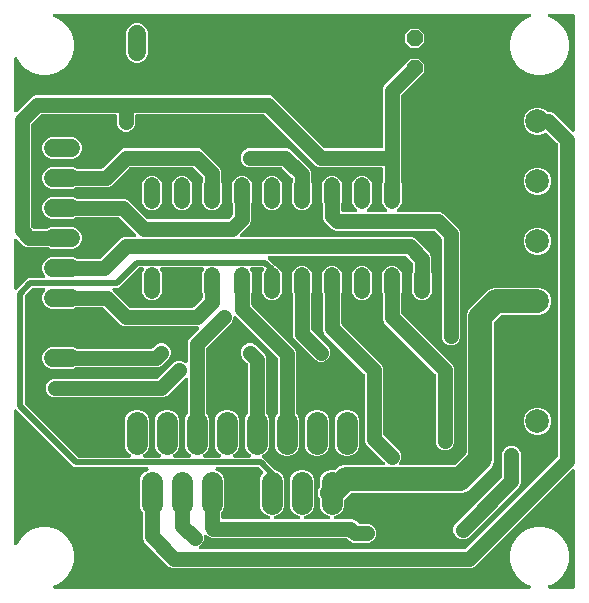
<source format=gbr>
G04 EAGLE Gerber RS-274X export*
G75*
%MOMM*%
%FSLAX34Y34*%
%LPD*%
%INTop Copper*%
%IPPOS*%
%AMOC8*
5,1,8,0,0,1.08239X$1,22.5*%
G01*
%ADD10C,1.320800*%
%ADD11C,1.800000*%
%ADD12C,1.524000*%
%ADD13P,1.429621X8X112.500000*%
%ADD14C,2.000000*%
%ADD15C,1.270000*%
%ADD16C,0.756400*%
%ADD17C,0.508000*%
%ADD18C,2.000000*%

G36*
X391743Y43399D02*
X391743Y43399D01*
X391869Y43406D01*
X391915Y43419D01*
X391963Y43425D01*
X392082Y43467D01*
X392204Y43502D01*
X392246Y43526D01*
X392292Y43542D01*
X392398Y43611D01*
X392508Y43672D01*
X392554Y43712D01*
X392584Y43731D01*
X392618Y43766D01*
X392694Y43831D01*
X470269Y121406D01*
X470348Y121505D01*
X470432Y121599D01*
X470456Y121641D01*
X470486Y121679D01*
X470540Y121793D01*
X470601Y121904D01*
X470614Y121950D01*
X470635Y121994D01*
X470661Y122117D01*
X470696Y122239D01*
X470701Y122300D01*
X470708Y122335D01*
X470707Y122383D01*
X470715Y122483D01*
X470715Y386107D01*
X470701Y386233D01*
X470694Y386359D01*
X470681Y386405D01*
X470675Y386453D01*
X470633Y386572D01*
X470598Y386694D01*
X470574Y386736D01*
X470558Y386782D01*
X470489Y386888D01*
X470428Y386998D01*
X470388Y387044D01*
X470369Y387074D01*
X470334Y387108D01*
X470269Y387184D01*
X461524Y395930D01*
X461464Y395977D01*
X461411Y396032D01*
X461328Y396085D01*
X461251Y396146D01*
X461182Y396179D01*
X461117Y396220D01*
X461025Y396253D01*
X460936Y396295D01*
X460861Y396311D01*
X460789Y396337D01*
X460691Y396348D01*
X460595Y396369D01*
X460519Y396367D01*
X460443Y396376D01*
X460345Y396364D01*
X460247Y396363D01*
X460173Y396344D01*
X460097Y396335D01*
X459954Y396289D01*
X459909Y396278D01*
X459892Y396269D01*
X459864Y396260D01*
X455432Y394424D01*
X450848Y394424D01*
X446612Y396179D01*
X443370Y399421D01*
X441615Y403657D01*
X441615Y408241D01*
X443370Y412477D01*
X446612Y415719D01*
X450848Y417474D01*
X455432Y417474D01*
X459668Y415719D01*
X461118Y414270D01*
X461217Y414191D01*
X461310Y414107D01*
X461353Y414083D01*
X461391Y414053D01*
X461505Y413999D01*
X461615Y413938D01*
X461662Y413925D01*
X461706Y413904D01*
X461829Y413878D01*
X461951Y413843D01*
X462012Y413838D01*
X462046Y413831D01*
X462094Y413832D01*
X462195Y413824D01*
X464207Y413824D01*
X467102Y412625D01*
X469531Y410195D01*
X482339Y397388D01*
X482417Y397325D01*
X482490Y397255D01*
X482554Y397217D01*
X482612Y397171D01*
X482703Y397128D01*
X482789Y397077D01*
X482860Y397054D01*
X482927Y397022D01*
X483025Y397001D01*
X483121Y396970D01*
X483195Y396964D01*
X483268Y396949D01*
X483368Y396950D01*
X483468Y396942D01*
X483542Y396953D01*
X483616Y396955D01*
X483713Y396979D01*
X483813Y396994D01*
X483882Y397022D01*
X483954Y397040D01*
X484044Y397086D01*
X484137Y397123D01*
X484198Y397165D01*
X484264Y397199D01*
X484341Y397265D01*
X484423Y397322D01*
X484473Y397377D01*
X484529Y397425D01*
X484589Y397506D01*
X484656Y397581D01*
X484692Y397646D01*
X484737Y397705D01*
X484776Y397798D01*
X484825Y397886D01*
X484845Y397957D01*
X484875Y398025D01*
X484892Y398124D01*
X484920Y398221D01*
X484928Y398321D01*
X484936Y398368D01*
X484934Y398404D01*
X484939Y398465D01*
X484939Y495316D01*
X484936Y495342D01*
X484938Y495368D01*
X484916Y495515D01*
X484899Y495662D01*
X484891Y495687D01*
X484887Y495713D01*
X484832Y495851D01*
X484782Y495990D01*
X484768Y496012D01*
X484758Y496037D01*
X484673Y496158D01*
X484593Y496283D01*
X484574Y496301D01*
X484559Y496323D01*
X484449Y496422D01*
X484342Y496525D01*
X484320Y496539D01*
X484300Y496556D01*
X484170Y496628D01*
X484043Y496704D01*
X484018Y496712D01*
X483995Y496725D01*
X483852Y496765D01*
X483711Y496810D01*
X483685Y496812D01*
X483660Y496820D01*
X483416Y496839D01*
X463618Y496839D01*
X463470Y496822D01*
X463320Y496810D01*
X463297Y496802D01*
X463272Y496799D01*
X463131Y496749D01*
X462989Y496703D01*
X462967Y496690D01*
X462944Y496682D01*
X462818Y496600D01*
X462690Y496524D01*
X462672Y496506D01*
X462651Y496493D01*
X462547Y496385D01*
X462440Y496281D01*
X462426Y496260D01*
X462409Y496242D01*
X462332Y496113D01*
X462251Y495988D01*
X462243Y495964D01*
X462230Y495943D01*
X462184Y495801D01*
X462134Y495660D01*
X462131Y495635D01*
X462124Y495611D01*
X462112Y495462D01*
X462095Y495313D01*
X462098Y495289D01*
X462096Y495264D01*
X462118Y495116D01*
X462135Y494967D01*
X462144Y494944D01*
X462148Y494919D01*
X462203Y494780D01*
X462254Y494639D01*
X462267Y494618D01*
X462276Y494595D01*
X462362Y494472D01*
X462443Y494347D01*
X462461Y494330D01*
X462475Y494309D01*
X462586Y494209D01*
X462694Y494105D01*
X462716Y494092D01*
X462734Y494076D01*
X462865Y494003D01*
X462994Y493927D01*
X463022Y493917D01*
X463039Y493907D01*
X463085Y493894D01*
X463224Y493845D01*
X464712Y493446D01*
X470449Y490134D01*
X475134Y485449D01*
X478446Y479712D01*
X480161Y473312D01*
X480161Y466688D01*
X478446Y460288D01*
X475134Y454551D01*
X470449Y449866D01*
X464712Y446554D01*
X458312Y444839D01*
X451688Y444839D01*
X445288Y446554D01*
X439551Y449866D01*
X434866Y454551D01*
X431554Y460288D01*
X429839Y466688D01*
X429839Y473312D01*
X431554Y479712D01*
X434866Y485449D01*
X439551Y490134D01*
X445288Y493446D01*
X446776Y493845D01*
X446915Y493900D01*
X447056Y493950D01*
X447077Y493964D01*
X447100Y493973D01*
X447223Y494058D01*
X447349Y494139D01*
X447366Y494157D01*
X447387Y494171D01*
X447487Y494282D01*
X447591Y494390D01*
X447604Y494411D01*
X447621Y494430D01*
X447693Y494561D01*
X447770Y494689D01*
X447777Y494713D01*
X447790Y494734D01*
X447831Y494879D01*
X447876Y495021D01*
X447878Y495046D01*
X447885Y495070D01*
X447892Y495219D01*
X447904Y495368D01*
X447900Y495393D01*
X447902Y495418D01*
X447875Y495564D01*
X447852Y495713D01*
X447843Y495736D01*
X447839Y495760D01*
X447779Y495898D01*
X447724Y496037D01*
X447710Y496057D01*
X447700Y496080D01*
X447610Y496200D01*
X447525Y496323D01*
X447506Y496340D01*
X447491Y496359D01*
X447377Y496456D01*
X447266Y496556D01*
X447244Y496568D01*
X447225Y496584D01*
X447092Y496652D01*
X446961Y496725D01*
X446937Y496732D01*
X446915Y496743D01*
X446770Y496779D01*
X446626Y496820D01*
X446596Y496822D01*
X446577Y496827D01*
X446529Y496827D01*
X446382Y496839D01*
X44618Y496839D01*
X44470Y496822D01*
X44320Y496810D01*
X44297Y496802D01*
X44272Y496799D01*
X44131Y496749D01*
X43989Y496703D01*
X43967Y496690D01*
X43944Y496682D01*
X43818Y496600D01*
X43690Y496524D01*
X43672Y496506D01*
X43651Y496493D01*
X43547Y496385D01*
X43440Y496281D01*
X43426Y496260D01*
X43409Y496242D01*
X43332Y496113D01*
X43251Y495988D01*
X43243Y495964D01*
X43230Y495943D01*
X43184Y495801D01*
X43134Y495660D01*
X43131Y495635D01*
X43124Y495611D01*
X43112Y495462D01*
X43095Y495313D01*
X43098Y495289D01*
X43096Y495264D01*
X43118Y495116D01*
X43135Y494967D01*
X43144Y494944D01*
X43148Y494919D01*
X43203Y494780D01*
X43254Y494639D01*
X43267Y494618D01*
X43276Y494595D01*
X43362Y494472D01*
X43443Y494347D01*
X43461Y494330D01*
X43475Y494309D01*
X43586Y494209D01*
X43694Y494105D01*
X43716Y494092D01*
X43734Y494076D01*
X43865Y494003D01*
X43994Y493927D01*
X44022Y493917D01*
X44039Y493907D01*
X44085Y493894D01*
X44224Y493845D01*
X45712Y493446D01*
X51449Y490134D01*
X56134Y485449D01*
X59446Y479712D01*
X61161Y473312D01*
X61161Y466688D01*
X59446Y460288D01*
X56134Y454551D01*
X51449Y449866D01*
X45712Y446554D01*
X39312Y444839D01*
X32688Y444839D01*
X26288Y446554D01*
X20551Y449866D01*
X15866Y454551D01*
X13003Y459510D01*
X12929Y459611D01*
X12861Y459716D01*
X12825Y459750D01*
X12796Y459790D01*
X12700Y459871D01*
X12610Y459958D01*
X12568Y459983D01*
X12530Y460016D01*
X12418Y460073D01*
X12311Y460137D01*
X12264Y460152D01*
X12220Y460175D01*
X12098Y460205D01*
X11979Y460243D01*
X11930Y460247D01*
X11881Y460259D01*
X11756Y460261D01*
X11632Y460271D01*
X11583Y460264D01*
X11533Y460264D01*
X11411Y460238D01*
X11287Y460219D01*
X11241Y460201D01*
X11192Y460190D01*
X11080Y460137D01*
X10963Y460091D01*
X10923Y460062D01*
X10878Y460041D01*
X10780Y459963D01*
X10677Y459892D01*
X10644Y459855D01*
X10605Y459824D01*
X10527Y459726D01*
X10444Y459633D01*
X10420Y459589D01*
X10389Y459550D01*
X10336Y459437D01*
X10275Y459328D01*
X10262Y459280D01*
X10240Y459235D01*
X10214Y459113D01*
X10180Y458992D01*
X10175Y458930D01*
X10168Y458894D01*
X10169Y458846D01*
X10161Y458749D01*
X10161Y414975D01*
X10172Y414875D01*
X10174Y414775D01*
X10192Y414702D01*
X10201Y414629D01*
X10234Y414534D01*
X10259Y414437D01*
X10293Y414370D01*
X10318Y414300D01*
X10373Y414216D01*
X10419Y414127D01*
X10467Y414070D01*
X10507Y414008D01*
X10579Y413938D01*
X10644Y413861D01*
X10704Y413817D01*
X10758Y413765D01*
X10844Y413714D01*
X10925Y413654D01*
X10993Y413625D01*
X11057Y413587D01*
X11153Y413556D01*
X11245Y413516D01*
X11318Y413503D01*
X11389Y413480D01*
X11489Y413472D01*
X11588Y413455D01*
X11662Y413458D01*
X11736Y413452D01*
X11836Y413467D01*
X11936Y413472D01*
X12007Y413493D01*
X12081Y413504D01*
X12174Y413541D01*
X12271Y413569D01*
X12336Y413605D01*
X12405Y413633D01*
X12487Y413690D01*
X12575Y413739D01*
X12651Y413804D01*
X12691Y413832D01*
X12715Y413858D01*
X12761Y413898D01*
X25539Y426676D01*
X28434Y427875D01*
X226566Y427875D01*
X229461Y426676D01*
X272816Y383321D01*
X272915Y383242D01*
X273009Y383158D01*
X273051Y383134D01*
X273089Y383104D01*
X273203Y383050D01*
X273314Y382989D01*
X273360Y382976D01*
X273404Y382955D01*
X273527Y382929D01*
X273649Y382894D01*
X273710Y382889D01*
X273745Y382882D01*
X273793Y382883D01*
X273893Y382875D01*
X320802Y382875D01*
X320828Y382878D01*
X320854Y382876D01*
X321001Y382898D01*
X321148Y382915D01*
X321173Y382923D01*
X321199Y382927D01*
X321337Y382982D01*
X321476Y383032D01*
X321498Y383046D01*
X321523Y383056D01*
X321644Y383141D01*
X321769Y383221D01*
X321787Y383240D01*
X321809Y383255D01*
X321908Y383365D01*
X322011Y383472D01*
X322025Y383494D01*
X322042Y383514D01*
X322114Y383644D01*
X322190Y383771D01*
X322198Y383796D01*
X322211Y383819D01*
X322251Y383962D01*
X322296Y384103D01*
X322298Y384129D01*
X322306Y384154D01*
X322325Y384398D01*
X322325Y433126D01*
X323524Y436021D01*
X340675Y453172D01*
X340754Y453271D01*
X340838Y453365D01*
X340862Y453407D01*
X340892Y453445D01*
X340946Y453559D01*
X341007Y453670D01*
X341020Y453716D01*
X341041Y453760D01*
X341067Y453883D01*
X341083Y453939D01*
X345883Y458739D01*
X352617Y458739D01*
X357379Y453977D01*
X357379Y447243D01*
X352582Y442446D01*
X352543Y442441D01*
X352424Y442399D01*
X352302Y442364D01*
X352260Y442340D01*
X352214Y442324D01*
X352108Y442255D01*
X351998Y442194D01*
X351952Y442154D01*
X351922Y442135D01*
X351888Y442100D01*
X351812Y442035D01*
X338521Y428744D01*
X338442Y428645D01*
X338358Y428551D01*
X338334Y428509D01*
X338304Y428471D01*
X338250Y428357D01*
X338189Y428246D01*
X338176Y428200D01*
X338155Y428156D01*
X338129Y428033D01*
X338094Y427911D01*
X338089Y427850D01*
X338082Y427815D01*
X338083Y427767D01*
X338075Y427667D01*
X338075Y354337D01*
X338075Y354335D01*
X338075Y354333D01*
X338095Y354162D01*
X338115Y353991D01*
X338115Y353989D01*
X338116Y353987D01*
X338191Y353754D01*
X338329Y353421D01*
X338329Y336979D01*
X337091Y333991D01*
X334696Y331596D01*
X334663Y331575D01*
X334577Y331486D01*
X334485Y331402D01*
X334456Y331361D01*
X334421Y331324D01*
X334357Y331218D01*
X334287Y331116D01*
X334268Y331069D01*
X334242Y331025D01*
X334204Y330907D01*
X334159Y330792D01*
X334151Y330742D01*
X334136Y330693D01*
X334126Y330570D01*
X334108Y330447D01*
X334112Y330396D01*
X334108Y330346D01*
X334126Y330223D01*
X334136Y330100D01*
X334152Y330051D01*
X334159Y330001D01*
X334205Y329886D01*
X334243Y329768D01*
X334269Y329724D01*
X334288Y329677D01*
X334359Y329576D01*
X334423Y329469D01*
X334458Y329433D01*
X334487Y329391D01*
X334579Y329308D01*
X334665Y329219D01*
X334708Y329192D01*
X334746Y329158D01*
X334855Y329098D01*
X334959Y329031D01*
X335006Y329014D01*
X335051Y328989D01*
X335170Y328955D01*
X335287Y328914D01*
X335337Y328908D01*
X335386Y328894D01*
X335630Y328875D01*
X370566Y328875D01*
X373461Y327676D01*
X386676Y314461D01*
X387875Y311566D01*
X387875Y222434D01*
X386676Y219539D01*
X384461Y217324D01*
X381566Y216125D01*
X378434Y216125D01*
X375539Y217324D01*
X373324Y219539D01*
X372125Y222434D01*
X372125Y306107D01*
X372111Y306233D01*
X372104Y306359D01*
X372091Y306405D01*
X372085Y306453D01*
X372043Y306572D01*
X372008Y306694D01*
X371984Y306736D01*
X371968Y306782D01*
X371899Y306888D01*
X371838Y306998D01*
X371798Y307044D01*
X371779Y307074D01*
X371744Y307108D01*
X371679Y307184D01*
X366184Y312679D01*
X366085Y312758D01*
X365991Y312842D01*
X365949Y312866D01*
X365911Y312896D01*
X365797Y312950D01*
X365686Y313011D01*
X365640Y313024D01*
X365596Y313045D01*
X365473Y313071D01*
X365351Y313106D01*
X365290Y313111D01*
X365255Y313118D01*
X365207Y313117D01*
X365107Y313125D01*
X282434Y313125D01*
X279539Y314324D01*
X272724Y321139D01*
X271525Y324034D01*
X271525Y336063D01*
X271525Y336065D01*
X271525Y336067D01*
X271505Y336238D01*
X271485Y336409D01*
X271485Y336411D01*
X271484Y336413D01*
X271409Y336646D01*
X271271Y336979D01*
X271271Y353421D01*
X272509Y356409D01*
X274795Y358695D01*
X277783Y359933D01*
X281017Y359933D01*
X284005Y358695D01*
X286291Y356409D01*
X287529Y353421D01*
X287529Y336979D01*
X287391Y336646D01*
X287390Y336644D01*
X287389Y336642D01*
X287342Y336475D01*
X287295Y336311D01*
X287295Y336309D01*
X287294Y336307D01*
X287275Y336063D01*
X287275Y330398D01*
X287278Y330372D01*
X287276Y330346D01*
X287298Y330199D01*
X287315Y330052D01*
X287323Y330027D01*
X287327Y330001D01*
X287382Y329863D01*
X287432Y329724D01*
X287446Y329702D01*
X287456Y329677D01*
X287541Y329556D01*
X287621Y329431D01*
X287640Y329413D01*
X287655Y329391D01*
X287765Y329292D01*
X287872Y329189D01*
X287894Y329175D01*
X287914Y329158D01*
X288044Y329086D01*
X288171Y329010D01*
X288196Y329002D01*
X288219Y328989D01*
X288362Y328949D01*
X288503Y328904D01*
X288529Y328902D01*
X288554Y328894D01*
X288798Y328875D01*
X299370Y328875D01*
X299420Y328881D01*
X299471Y328878D01*
X299593Y328900D01*
X299716Y328915D01*
X299764Y328932D01*
X299814Y328941D01*
X299928Y328990D01*
X300044Y329032D01*
X300087Y329060D01*
X300134Y329080D01*
X300233Y329154D01*
X300337Y329221D01*
X300372Y329258D01*
X300413Y329288D01*
X300493Y329383D01*
X300579Y329472D01*
X300605Y329515D01*
X300638Y329554D01*
X300695Y329665D01*
X300758Y329771D01*
X300774Y329819D01*
X300797Y329864D01*
X300827Y329985D01*
X300864Y330103D01*
X300868Y330153D01*
X300881Y330203D01*
X300882Y330327D01*
X300892Y330450D01*
X300885Y330500D01*
X300886Y330551D01*
X300859Y330672D01*
X300841Y330795D01*
X300822Y330842D01*
X300811Y330892D01*
X300758Y331004D01*
X300712Y331119D01*
X300683Y331160D01*
X300661Y331206D01*
X300584Y331303D01*
X300513Y331405D01*
X300475Y331439D01*
X300444Y331479D01*
X300346Y331555D01*
X300333Y331567D01*
X297909Y333991D01*
X296671Y336979D01*
X296671Y353421D01*
X297909Y356409D01*
X300195Y358695D01*
X303183Y359933D01*
X306417Y359933D01*
X309405Y358695D01*
X311691Y356409D01*
X312929Y353421D01*
X312929Y336979D01*
X311691Y333991D01*
X309296Y331596D01*
X309263Y331575D01*
X309177Y331486D01*
X309085Y331402D01*
X309056Y331361D01*
X309021Y331324D01*
X308957Y331218D01*
X308887Y331116D01*
X308868Y331069D01*
X308842Y331025D01*
X308804Y330907D01*
X308759Y330792D01*
X308751Y330742D01*
X308736Y330693D01*
X308726Y330570D01*
X308708Y330447D01*
X308712Y330396D01*
X308708Y330346D01*
X308726Y330223D01*
X308736Y330100D01*
X308752Y330051D01*
X308759Y330001D01*
X308805Y329886D01*
X308843Y329768D01*
X308869Y329724D01*
X308888Y329677D01*
X308959Y329576D01*
X309023Y329469D01*
X309058Y329433D01*
X309087Y329391D01*
X309179Y329308D01*
X309265Y329219D01*
X309308Y329192D01*
X309346Y329158D01*
X309455Y329098D01*
X309559Y329031D01*
X309606Y329014D01*
X309651Y328989D01*
X309770Y328955D01*
X309887Y328914D01*
X309937Y328908D01*
X309986Y328894D01*
X310230Y328875D01*
X324770Y328875D01*
X324820Y328881D01*
X324871Y328878D01*
X324993Y328900D01*
X325116Y328915D01*
X325164Y328932D01*
X325214Y328941D01*
X325328Y328990D01*
X325444Y329032D01*
X325487Y329060D01*
X325534Y329080D01*
X325633Y329154D01*
X325737Y329221D01*
X325772Y329258D01*
X325813Y329288D01*
X325893Y329383D01*
X325979Y329472D01*
X326005Y329515D01*
X326038Y329554D01*
X326095Y329665D01*
X326158Y329771D01*
X326174Y329819D01*
X326197Y329864D01*
X326227Y329985D01*
X326264Y330103D01*
X326268Y330153D01*
X326281Y330203D01*
X326282Y330327D01*
X326292Y330450D01*
X326285Y330500D01*
X326286Y330551D01*
X326259Y330672D01*
X326241Y330795D01*
X326222Y330842D01*
X326211Y330892D01*
X326158Y331004D01*
X326112Y331119D01*
X326083Y331160D01*
X326061Y331206D01*
X325984Y331303D01*
X325913Y331405D01*
X325875Y331439D01*
X325844Y331479D01*
X325746Y331555D01*
X325733Y331567D01*
X323309Y333991D01*
X322071Y336979D01*
X322071Y353421D01*
X322209Y353754D01*
X322210Y353756D01*
X322211Y353758D01*
X322258Y353925D01*
X322305Y354089D01*
X322305Y354091D01*
X322306Y354093D01*
X322325Y354337D01*
X322325Y365602D01*
X322322Y365628D01*
X322324Y365654D01*
X322302Y365801D01*
X322285Y365948D01*
X322277Y365973D01*
X322273Y365999D01*
X322218Y366137D01*
X322168Y366276D01*
X322154Y366298D01*
X322144Y366323D01*
X322059Y366444D01*
X321979Y366569D01*
X321960Y366587D01*
X321945Y366609D01*
X321835Y366708D01*
X321728Y366811D01*
X321706Y366825D01*
X321686Y366842D01*
X321556Y366914D01*
X321429Y366990D01*
X321404Y366998D01*
X321381Y367011D01*
X321238Y367051D01*
X321097Y367096D01*
X321071Y367098D01*
X321046Y367106D01*
X320802Y367125D01*
X268434Y367125D01*
X265539Y368324D01*
X222184Y411679D01*
X222085Y411758D01*
X221991Y411842D01*
X221949Y411866D01*
X221911Y411896D01*
X221797Y411950D01*
X221686Y412011D01*
X221640Y412024D01*
X221596Y412045D01*
X221473Y412071D01*
X221351Y412106D01*
X221290Y412111D01*
X221255Y412118D01*
X221207Y412117D01*
X221107Y412125D01*
X114398Y412125D01*
X114372Y412122D01*
X114346Y412124D01*
X114199Y412102D01*
X114052Y412085D01*
X114027Y412077D01*
X114001Y412073D01*
X113863Y412018D01*
X113724Y411968D01*
X113702Y411954D01*
X113677Y411944D01*
X113555Y411859D01*
X113431Y411779D01*
X113413Y411760D01*
X113391Y411745D01*
X113292Y411635D01*
X113189Y411528D01*
X113175Y411506D01*
X113158Y411486D01*
X113086Y411356D01*
X113010Y411229D01*
X113002Y411204D01*
X112989Y411181D01*
X112949Y411038D01*
X112904Y410897D01*
X112902Y410871D01*
X112894Y410846D01*
X112875Y410602D01*
X112875Y403434D01*
X111676Y400539D01*
X109461Y398324D01*
X106566Y397125D01*
X103434Y397125D01*
X100539Y398324D01*
X98324Y400539D01*
X97125Y403434D01*
X97125Y410602D01*
X97122Y410628D01*
X97124Y410654D01*
X97102Y410801D01*
X97085Y410948D01*
X97077Y410973D01*
X97073Y410999D01*
X97018Y411137D01*
X96968Y411276D01*
X96954Y411298D01*
X96944Y411323D01*
X96859Y411444D01*
X96779Y411569D01*
X96760Y411587D01*
X96745Y411609D01*
X96635Y411708D01*
X96528Y411811D01*
X96506Y411825D01*
X96486Y411842D01*
X96356Y411914D01*
X96229Y411990D01*
X96204Y411998D01*
X96181Y412011D01*
X96038Y412051D01*
X95897Y412096D01*
X95871Y412098D01*
X95846Y412106D01*
X95602Y412125D01*
X33893Y412125D01*
X33767Y412111D01*
X33641Y412104D01*
X33595Y412091D01*
X33547Y412085D01*
X33428Y412043D01*
X33306Y412008D01*
X33264Y411984D01*
X33218Y411968D01*
X33112Y411899D01*
X33002Y411838D01*
X32956Y411798D01*
X32926Y411779D01*
X32892Y411744D01*
X32816Y411679D01*
X24831Y403694D01*
X24752Y403595D01*
X24668Y403501D01*
X24644Y403459D01*
X24614Y403421D01*
X24560Y403307D01*
X24499Y403196D01*
X24486Y403150D01*
X24465Y403106D01*
X24439Y402983D01*
X24404Y402861D01*
X24399Y402800D01*
X24392Y402765D01*
X24393Y402717D01*
X24385Y402617D01*
X24385Y317383D01*
X24399Y317257D01*
X24406Y317131D01*
X24419Y317085D01*
X24425Y317037D01*
X24467Y316918D01*
X24502Y316796D01*
X24526Y316754D01*
X24542Y316708D01*
X24611Y316602D01*
X24672Y316492D01*
X24712Y316446D01*
X24731Y316416D01*
X24766Y316382D01*
X24831Y316306D01*
X25716Y315421D01*
X25815Y315342D01*
X25909Y315258D01*
X25951Y315234D01*
X25989Y315204D01*
X26103Y315150D01*
X26214Y315089D01*
X26260Y315076D01*
X26304Y315055D01*
X26427Y315029D01*
X26549Y314994D01*
X26610Y314989D01*
X26645Y314982D01*
X26693Y314983D01*
X26793Y314975D01*
X37992Y314975D01*
X37994Y314975D01*
X37996Y314975D01*
X38167Y314995D01*
X38338Y315015D01*
X38340Y315015D01*
X38342Y315016D01*
X38575Y315091D01*
X41361Y316245D01*
X60239Y316245D01*
X63600Y314852D01*
X66172Y312280D01*
X67565Y308919D01*
X67565Y305281D01*
X66172Y301920D01*
X63600Y299348D01*
X60239Y297955D01*
X41361Y297955D01*
X38575Y299109D01*
X38573Y299110D01*
X38571Y299111D01*
X38409Y299157D01*
X38240Y299205D01*
X38238Y299205D01*
X38236Y299206D01*
X37992Y299225D01*
X21334Y299225D01*
X18439Y300424D01*
X12761Y306102D01*
X12683Y306165D01*
X12610Y306235D01*
X12546Y306273D01*
X12488Y306319D01*
X12397Y306362D01*
X12311Y306413D01*
X12240Y306436D01*
X12173Y306468D01*
X12075Y306489D01*
X11979Y306520D01*
X11905Y306526D01*
X11832Y306541D01*
X11732Y306540D01*
X11632Y306548D01*
X11558Y306537D01*
X11484Y306535D01*
X11387Y306511D01*
X11287Y306496D01*
X11218Y306468D01*
X11146Y306450D01*
X11056Y306404D01*
X10963Y306367D01*
X10902Y306325D01*
X10836Y306291D01*
X10759Y306225D01*
X10677Y306168D01*
X10627Y306113D01*
X10571Y306065D01*
X10511Y305984D01*
X10444Y305909D01*
X10408Y305844D01*
X10363Y305785D01*
X10324Y305692D01*
X10275Y305604D01*
X10255Y305533D01*
X10225Y305465D01*
X10208Y305366D01*
X10180Y305269D01*
X10172Y305169D01*
X10164Y305122D01*
X10166Y305086D01*
X10161Y305025D01*
X10161Y264587D01*
X10172Y264487D01*
X10174Y264386D01*
X10192Y264314D01*
X10201Y264240D01*
X10235Y264146D01*
X10259Y264048D01*
X10293Y263982D01*
X10318Y263912D01*
X10373Y263828D01*
X10419Y263739D01*
X10467Y263682D01*
X10507Y263619D01*
X10579Y263550D01*
X10644Y263473D01*
X10704Y263429D01*
X10758Y263377D01*
X10844Y263326D01*
X10925Y263266D01*
X10993Y263237D01*
X11057Y263198D01*
X11153Y263168D01*
X11245Y263128D01*
X11318Y263115D01*
X11389Y263092D01*
X11489Y263084D01*
X11588Y263066D01*
X11662Y263070D01*
X11736Y263064D01*
X11836Y263079D01*
X11936Y263084D01*
X12007Y263105D01*
X12081Y263116D01*
X12174Y263153D01*
X12271Y263181D01*
X12336Y263217D01*
X12405Y263245D01*
X12487Y263302D01*
X12575Y263351D01*
X12651Y263416D01*
X12691Y263444D01*
X12715Y263470D01*
X12761Y263509D01*
X13762Y264511D01*
X22316Y273065D01*
X35205Y273065D01*
X35305Y273076D01*
X35405Y273078D01*
X35478Y273096D01*
X35551Y273105D01*
X35646Y273139D01*
X35743Y273163D01*
X35809Y273197D01*
X35880Y273222D01*
X35964Y273277D01*
X36053Y273323D01*
X36110Y273371D01*
X36172Y273411D01*
X36242Y273483D01*
X36319Y273548D01*
X36363Y273608D01*
X36415Y273662D01*
X36466Y273748D01*
X36526Y273829D01*
X36555Y273897D01*
X36593Y273961D01*
X36624Y274057D01*
X36664Y274149D01*
X36677Y274222D01*
X36700Y274293D01*
X36708Y274393D01*
X36725Y274492D01*
X36722Y274566D01*
X36728Y274640D01*
X36713Y274740D01*
X36708Y274840D01*
X36687Y274911D01*
X36676Y274985D01*
X36639Y275078D01*
X36611Y275175D01*
X36575Y275240D01*
X36547Y275309D01*
X36490Y275391D01*
X36441Y275479D01*
X36376Y275555D01*
X36348Y275595D01*
X36322Y275619D01*
X36282Y275665D01*
X35427Y276520D01*
X34035Y279881D01*
X34035Y283519D01*
X35428Y286880D01*
X38000Y289452D01*
X41361Y290845D01*
X60239Y290845D01*
X63025Y289691D01*
X63027Y289690D01*
X63029Y289689D01*
X63191Y289643D01*
X63360Y289595D01*
X63362Y289595D01*
X63364Y289594D01*
X63608Y289575D01*
X82807Y289575D01*
X82933Y289589D01*
X83059Y289596D01*
X83105Y289609D01*
X83153Y289615D01*
X83272Y289657D01*
X83394Y289692D01*
X83436Y289716D01*
X83482Y289732D01*
X83588Y289801D01*
X83698Y289862D01*
X83744Y289902D01*
X83774Y289921D01*
X83808Y289956D01*
X83884Y290021D01*
X100539Y306676D01*
X103434Y307875D01*
X112311Y307875D01*
X112411Y307886D01*
X112511Y307888D01*
X112584Y307906D01*
X112657Y307915D01*
X112752Y307948D01*
X112849Y307973D01*
X112916Y308007D01*
X112986Y308032D01*
X113070Y308087D01*
X113159Y308133D01*
X113216Y308181D01*
X113278Y308221D01*
X113348Y308293D01*
X113425Y308358D01*
X113469Y308418D01*
X113521Y308472D01*
X113572Y308558D01*
X113632Y308639D01*
X113661Y308707D01*
X113699Y308771D01*
X113730Y308867D01*
X113770Y308959D01*
X113783Y309032D01*
X113806Y309103D01*
X113814Y309203D01*
X113831Y309302D01*
X113828Y309376D01*
X113834Y309450D01*
X113819Y309550D01*
X113814Y309650D01*
X113793Y309721D01*
X113782Y309795D01*
X113745Y309888D01*
X113717Y309985D01*
X113681Y310050D01*
X113653Y310119D01*
X113596Y310201D01*
X113547Y310289D01*
X113482Y310365D01*
X113454Y310405D01*
X113428Y310429D01*
X113388Y310475D01*
X99684Y324179D01*
X99585Y324258D01*
X99491Y324342D01*
X99449Y324366D01*
X99411Y324396D01*
X99297Y324450D01*
X99186Y324511D01*
X99140Y324524D01*
X99096Y324545D01*
X98973Y324571D01*
X98851Y324606D01*
X98790Y324611D01*
X98755Y324618D01*
X98707Y324617D01*
X98607Y324625D01*
X63608Y324625D01*
X63606Y324625D01*
X63604Y324625D01*
X63433Y324605D01*
X63262Y324585D01*
X63260Y324585D01*
X63258Y324584D01*
X63025Y324509D01*
X60239Y323355D01*
X41361Y323355D01*
X38000Y324748D01*
X35428Y327320D01*
X34035Y330681D01*
X34035Y334319D01*
X35428Y337680D01*
X38000Y340252D01*
X41361Y341645D01*
X60239Y341645D01*
X63025Y340491D01*
X63027Y340490D01*
X63029Y340489D01*
X63191Y340443D01*
X63360Y340395D01*
X63362Y340395D01*
X63364Y340394D01*
X63608Y340375D01*
X104066Y340375D01*
X106961Y339176D01*
X122816Y323321D01*
X122915Y323242D01*
X123009Y323158D01*
X123051Y323134D01*
X123089Y323104D01*
X123203Y323050D01*
X123314Y322989D01*
X123360Y322976D01*
X123404Y322955D01*
X123527Y322929D01*
X123649Y322894D01*
X123710Y322889D01*
X123745Y322882D01*
X123793Y322883D01*
X123893Y322875D01*
X191107Y322875D01*
X191233Y322889D01*
X191359Y322896D01*
X191405Y322909D01*
X191453Y322915D01*
X191572Y322957D01*
X191694Y322992D01*
X191736Y323016D01*
X191782Y323032D01*
X191888Y323101D01*
X191998Y323162D01*
X192044Y323202D01*
X192074Y323221D01*
X192108Y323256D01*
X192184Y323321D01*
X194879Y326016D01*
X194958Y326115D01*
X195042Y326209D01*
X195066Y326251D01*
X195096Y326289D01*
X195150Y326403D01*
X195211Y326514D01*
X195224Y326560D01*
X195245Y326604D01*
X195271Y326727D01*
X195306Y326849D01*
X195311Y326910D01*
X195318Y326945D01*
X195317Y326993D01*
X195325Y327093D01*
X195325Y336063D01*
X195325Y336065D01*
X195325Y336067D01*
X195305Y336238D01*
X195285Y336409D01*
X195285Y336411D01*
X195284Y336413D01*
X195209Y336646D01*
X195071Y336979D01*
X195071Y353421D01*
X196309Y356409D01*
X198595Y358695D01*
X201583Y359933D01*
X204817Y359933D01*
X207805Y358695D01*
X210091Y356409D01*
X211329Y353421D01*
X211329Y336979D01*
X211191Y336646D01*
X211190Y336644D01*
X211189Y336642D01*
X211142Y336475D01*
X211095Y336311D01*
X211095Y336309D01*
X211094Y336307D01*
X211075Y336063D01*
X211075Y321634D01*
X209876Y318739D01*
X201890Y310754D01*
X201612Y310475D01*
X201549Y310397D01*
X201479Y310324D01*
X201441Y310260D01*
X201395Y310202D01*
X201352Y310111D01*
X201301Y310025D01*
X201278Y309954D01*
X201246Y309887D01*
X201225Y309789D01*
X201194Y309693D01*
X201188Y309619D01*
X201173Y309546D01*
X201174Y309446D01*
X201166Y309346D01*
X201177Y309272D01*
X201179Y309198D01*
X201203Y309100D01*
X201218Y309001D01*
X201246Y308932D01*
X201264Y308860D01*
X201310Y308771D01*
X201347Y308677D01*
X201389Y308616D01*
X201423Y308550D01*
X201488Y308473D01*
X201546Y308391D01*
X201601Y308341D01*
X201649Y308285D01*
X201730Y308225D01*
X201805Y308158D01*
X201870Y308122D01*
X201929Y308078D01*
X202021Y308038D01*
X202110Y307989D01*
X202181Y307969D01*
X202249Y307939D01*
X202348Y307922D01*
X202445Y307894D01*
X202545Y307886D01*
X202592Y307878D01*
X202628Y307880D01*
X202689Y307875D01*
X346566Y307875D01*
X349461Y306676D01*
X362276Y293861D01*
X363475Y290966D01*
X363475Y278137D01*
X363475Y278135D01*
X363475Y278133D01*
X363495Y277958D01*
X363515Y277791D01*
X363515Y277789D01*
X363516Y277787D01*
X363591Y277554D01*
X363729Y277221D01*
X363729Y260779D01*
X362491Y257791D01*
X360205Y255505D01*
X357217Y254267D01*
X353983Y254267D01*
X350995Y255505D01*
X348709Y257791D01*
X347471Y260779D01*
X347471Y277221D01*
X347609Y277554D01*
X347610Y277556D01*
X347611Y277558D01*
X347658Y277725D01*
X347705Y277889D01*
X347705Y277891D01*
X347706Y277893D01*
X347725Y278137D01*
X347725Y285507D01*
X347711Y285633D01*
X347704Y285759D01*
X347691Y285805D01*
X347685Y285853D01*
X347643Y285972D01*
X347608Y286094D01*
X347584Y286136D01*
X347568Y286182D01*
X347499Y286288D01*
X347438Y286398D01*
X347398Y286444D01*
X347379Y286474D01*
X347344Y286508D01*
X347279Y286584D01*
X342184Y291679D01*
X342085Y291758D01*
X341991Y291842D01*
X341949Y291866D01*
X341911Y291896D01*
X341797Y291950D01*
X341686Y292011D01*
X341640Y292024D01*
X341596Y292045D01*
X341473Y292071D01*
X341351Y292106D01*
X341290Y292111D01*
X341255Y292118D01*
X341207Y292117D01*
X341107Y292125D01*
X226301Y292125D01*
X226201Y292114D01*
X226100Y292112D01*
X226028Y292094D01*
X225954Y292085D01*
X225860Y292052D01*
X225762Y292027D01*
X225696Y291993D01*
X225626Y291968D01*
X225542Y291913D01*
X225453Y291867D01*
X225396Y291819D01*
X225333Y291779D01*
X225264Y291707D01*
X225187Y291642D01*
X225143Y291582D01*
X225091Y291528D01*
X225040Y291442D01*
X224980Y291361D01*
X224951Y291293D01*
X224912Y291229D01*
X224882Y291133D01*
X224842Y291041D01*
X224829Y290968D01*
X224806Y290897D01*
X224798Y290797D01*
X224780Y290698D01*
X224784Y290624D01*
X224778Y290550D01*
X224793Y290450D01*
X224798Y290350D01*
X224819Y290279D01*
X224830Y290205D01*
X224867Y290112D01*
X224895Y290015D01*
X224931Y289950D01*
X224959Y289881D01*
X225016Y289799D01*
X225065Y289711D01*
X225130Y289635D01*
X225158Y289595D01*
X225184Y289571D01*
X225223Y289525D01*
X227239Y287510D01*
X229838Y284911D01*
X231366Y283382D01*
X231368Y283381D01*
X231369Y283379D01*
X231503Y283274D01*
X231639Y283166D01*
X231641Y283165D01*
X231643Y283163D01*
X231860Y283052D01*
X233205Y282495D01*
X235491Y280209D01*
X236729Y277221D01*
X236729Y260779D01*
X235491Y257791D01*
X233205Y255505D01*
X230217Y254267D01*
X226983Y254267D01*
X223995Y255505D01*
X221709Y257791D01*
X220471Y260779D01*
X220471Y277221D01*
X221664Y280101D01*
X221706Y280246D01*
X221751Y280389D01*
X221753Y280413D01*
X221760Y280436D01*
X221767Y280587D01*
X221779Y280736D01*
X221776Y280760D01*
X221777Y280784D01*
X221750Y280932D01*
X221728Y281081D01*
X221719Y281103D01*
X221714Y281127D01*
X221654Y281265D01*
X221599Y281405D01*
X221585Y281425D01*
X221576Y281447D01*
X221486Y281568D01*
X221400Y281691D01*
X221382Y281707D01*
X221368Y281727D01*
X221253Y281824D01*
X221141Y281924D01*
X221120Y281936D01*
X221102Y281952D01*
X220968Y282020D01*
X220836Y282093D01*
X220813Y282099D01*
X220791Y282110D01*
X220646Y282147D01*
X220501Y282188D01*
X220472Y282190D01*
X220453Y282195D01*
X220406Y282195D01*
X220257Y282207D01*
X211543Y282207D01*
X211394Y282190D01*
X211244Y282178D01*
X211221Y282170D01*
X211197Y282167D01*
X211056Y282117D01*
X210912Y282071D01*
X210891Y282058D01*
X210869Y282050D01*
X210743Y281968D01*
X210614Y281891D01*
X210596Y281874D01*
X210576Y281861D01*
X210471Y281753D01*
X210364Y281648D01*
X210350Y281628D01*
X210334Y281610D01*
X210256Y281481D01*
X210175Y281355D01*
X210167Y281332D01*
X210155Y281311D01*
X210109Y281168D01*
X210059Y281026D01*
X210056Y281002D01*
X210049Y280979D01*
X210037Y280830D01*
X210020Y280680D01*
X210023Y280656D01*
X210021Y280632D01*
X210043Y280483D01*
X210061Y280334D01*
X210069Y280306D01*
X210072Y280287D01*
X210090Y280243D01*
X210136Y280101D01*
X211329Y277221D01*
X211329Y260779D01*
X211191Y260446D01*
X211190Y260444D01*
X211189Y260442D01*
X211140Y260269D01*
X211095Y260111D01*
X211095Y260109D01*
X211094Y260107D01*
X211075Y259863D01*
X211075Y250693D01*
X211089Y250567D01*
X211096Y250441D01*
X211109Y250395D01*
X211115Y250347D01*
X211157Y250228D01*
X211192Y250106D01*
X211216Y250064D01*
X211232Y250018D01*
X211301Y249912D01*
X211362Y249802D01*
X211402Y249756D01*
X211421Y249726D01*
X211456Y249692D01*
X211521Y249616D01*
X247976Y213161D01*
X249175Y210266D01*
X249175Y158640D01*
X249189Y158515D01*
X249196Y158389D01*
X249209Y158342D01*
X249215Y158294D01*
X249257Y158175D01*
X249292Y158054D01*
X249316Y158012D01*
X249332Y157966D01*
X249401Y157860D01*
X249462Y157750D01*
X249502Y157703D01*
X249521Y157673D01*
X249556Y157640D01*
X249621Y157563D01*
X250222Y156962D01*
X251825Y153093D01*
X251825Y130907D01*
X250222Y127038D01*
X247262Y124078D01*
X243393Y122475D01*
X239207Y122475D01*
X235338Y124078D01*
X232378Y127038D01*
X230775Y130907D01*
X230775Y153093D01*
X232378Y156962D01*
X232979Y157563D01*
X233058Y157662D01*
X233142Y157756D01*
X233166Y157799D01*
X233196Y157836D01*
X233250Y157951D01*
X233311Y158061D01*
X233324Y158108D01*
X233345Y158151D01*
X233371Y158275D01*
X233406Y158397D01*
X233411Y158457D01*
X233418Y158492D01*
X233417Y158540D01*
X233425Y158640D01*
X233425Y204807D01*
X233411Y204933D01*
X233404Y205059D01*
X233391Y205105D01*
X233385Y205153D01*
X233343Y205272D01*
X233308Y205394D01*
X233284Y205436D01*
X233268Y205482D01*
X233199Y205588D01*
X233138Y205698D01*
X233098Y205744D01*
X233079Y205774D01*
X233044Y205808D01*
X232979Y205884D01*
X198475Y240388D01*
X198397Y240451D01*
X198324Y240521D01*
X198260Y240559D01*
X198202Y240605D01*
X198111Y240648D01*
X198025Y240699D01*
X197954Y240722D01*
X197887Y240754D01*
X197789Y240775D01*
X197693Y240806D01*
X197619Y240812D01*
X197546Y240827D01*
X197446Y240826D01*
X197346Y240834D01*
X197272Y240823D01*
X197198Y240821D01*
X197101Y240797D01*
X197001Y240782D01*
X196932Y240754D01*
X196860Y240736D01*
X196770Y240690D01*
X196677Y240653D01*
X196616Y240611D01*
X196550Y240577D01*
X196473Y240511D01*
X196391Y240454D01*
X196341Y240399D01*
X196285Y240351D01*
X196225Y240270D01*
X196158Y240195D01*
X196122Y240130D01*
X196077Y240071D01*
X196038Y239978D01*
X195989Y239890D01*
X195969Y239819D01*
X195939Y239751D01*
X195922Y239652D01*
X195894Y239555D01*
X195886Y239455D01*
X195878Y239408D01*
X195880Y239372D01*
X195875Y239311D01*
X195875Y238434D01*
X194676Y235539D01*
X173421Y214284D01*
X173342Y214185D01*
X173258Y214091D01*
X173234Y214049D01*
X173204Y214011D01*
X173150Y213897D01*
X173089Y213786D01*
X173076Y213740D01*
X173055Y213696D01*
X173029Y213573D01*
X172994Y213451D01*
X172989Y213390D01*
X172982Y213355D01*
X172983Y213307D01*
X172975Y213207D01*
X172975Y158640D01*
X172989Y158515D01*
X172996Y158389D01*
X173009Y158342D01*
X173015Y158294D01*
X173057Y158175D01*
X173092Y158054D01*
X173116Y158012D01*
X173132Y157966D01*
X173201Y157860D01*
X173262Y157750D01*
X173302Y157703D01*
X173321Y157673D01*
X173356Y157640D01*
X173421Y157563D01*
X174022Y156962D01*
X175625Y153093D01*
X175625Y130907D01*
X174022Y127038D01*
X171062Y124078D01*
X170863Y123995D01*
X170819Y123971D01*
X170772Y123954D01*
X170667Y123886D01*
X170559Y123826D01*
X170521Y123792D01*
X170479Y123765D01*
X170392Y123675D01*
X170300Y123592D01*
X170272Y123550D01*
X170237Y123514D01*
X170173Y123408D01*
X170102Y123305D01*
X170084Y123258D01*
X170058Y123215D01*
X170020Y123097D01*
X169974Y122981D01*
X169967Y122931D01*
X169952Y122883D01*
X169942Y122759D01*
X169924Y122636D01*
X169928Y122586D01*
X169924Y122536D01*
X169942Y122413D01*
X169952Y122289D01*
X169968Y122241D01*
X169975Y122191D01*
X170021Y122076D01*
X170060Y121957D01*
X170086Y121914D01*
X170104Y121867D01*
X170175Y121765D01*
X170239Y121659D01*
X170274Y121622D01*
X170303Y121581D01*
X170395Y121498D01*
X170482Y121409D01*
X170524Y121381D01*
X170562Y121348D01*
X170671Y121287D01*
X170775Y121220D01*
X170823Y121204D01*
X170867Y121179D01*
X170987Y121145D01*
X171104Y121104D01*
X171154Y121098D01*
X171202Y121084D01*
X171446Y121065D01*
X184154Y121065D01*
X184204Y121070D01*
X184254Y121068D01*
X184377Y121090D01*
X184500Y121105D01*
X184548Y121122D01*
X184597Y121131D01*
X184711Y121180D01*
X184828Y121222D01*
X184871Y121249D01*
X184917Y121270D01*
X185017Y121344D01*
X185121Y121411D01*
X185156Y121447D01*
X185197Y121477D01*
X185277Y121572D01*
X185363Y121662D01*
X185389Y121705D01*
X185422Y121743D01*
X185478Y121854D01*
X185542Y121961D01*
X185557Y122009D01*
X185580Y122054D01*
X185610Y122174D01*
X185648Y122293D01*
X185652Y122343D01*
X185665Y122392D01*
X185666Y122516D01*
X185676Y122640D01*
X185669Y122690D01*
X185670Y122740D01*
X185643Y122862D01*
X185625Y122985D01*
X185606Y123032D01*
X185595Y123081D01*
X185542Y123193D01*
X185496Y123309D01*
X185467Y123350D01*
X185446Y123396D01*
X185368Y123493D01*
X185297Y123595D01*
X185260Y123629D01*
X185228Y123668D01*
X185130Y123745D01*
X185038Y123828D01*
X184994Y123853D01*
X184955Y123884D01*
X184737Y123995D01*
X184538Y124078D01*
X181578Y127038D01*
X179975Y130907D01*
X179975Y153093D01*
X181578Y156962D01*
X184538Y159922D01*
X188407Y161525D01*
X192593Y161525D01*
X196462Y159922D01*
X199422Y156962D01*
X201025Y153093D01*
X201025Y130907D01*
X199422Y127038D01*
X196462Y124078D01*
X196263Y123995D01*
X196219Y123971D01*
X196172Y123954D01*
X196067Y123886D01*
X195959Y123826D01*
X195921Y123792D01*
X195879Y123765D01*
X195792Y123675D01*
X195700Y123592D01*
X195672Y123550D01*
X195637Y123514D01*
X195573Y123408D01*
X195502Y123305D01*
X195484Y123258D01*
X195458Y123215D01*
X195420Y123097D01*
X195374Y122981D01*
X195367Y122931D01*
X195352Y122883D01*
X195342Y122759D01*
X195324Y122636D01*
X195328Y122586D01*
X195324Y122536D01*
X195342Y122413D01*
X195352Y122289D01*
X195368Y122241D01*
X195375Y122191D01*
X195421Y122076D01*
X195460Y121957D01*
X195486Y121914D01*
X195504Y121867D01*
X195575Y121765D01*
X195639Y121659D01*
X195674Y121622D01*
X195703Y121581D01*
X195795Y121498D01*
X195882Y121409D01*
X195924Y121381D01*
X195962Y121348D01*
X196071Y121287D01*
X196175Y121220D01*
X196223Y121204D01*
X196267Y121179D01*
X196387Y121145D01*
X196504Y121104D01*
X196554Y121098D01*
X196602Y121084D01*
X196846Y121065D01*
X209554Y121065D01*
X209604Y121070D01*
X209654Y121068D01*
X209777Y121090D01*
X209900Y121105D01*
X209948Y121122D01*
X209997Y121131D01*
X210111Y121180D01*
X210228Y121222D01*
X210271Y121249D01*
X210317Y121270D01*
X210417Y121344D01*
X210521Y121411D01*
X210556Y121447D01*
X210597Y121477D01*
X210677Y121572D01*
X210763Y121662D01*
X210789Y121705D01*
X210822Y121743D01*
X210878Y121854D01*
X210942Y121961D01*
X210957Y122009D01*
X210980Y122054D01*
X211010Y122174D01*
X211048Y122293D01*
X211052Y122343D01*
X211065Y122392D01*
X211066Y122516D01*
X211076Y122640D01*
X211069Y122690D01*
X211070Y122740D01*
X211043Y122862D01*
X211025Y122985D01*
X211006Y123032D01*
X210995Y123081D01*
X210942Y123193D01*
X210896Y123309D01*
X210867Y123350D01*
X210846Y123396D01*
X210768Y123493D01*
X210697Y123595D01*
X210660Y123629D01*
X210628Y123668D01*
X210530Y123745D01*
X210438Y123828D01*
X210394Y123853D01*
X210355Y123884D01*
X210137Y123995D01*
X209938Y124078D01*
X206978Y127038D01*
X205375Y130907D01*
X205375Y153093D01*
X206978Y156962D01*
X207579Y157563D01*
X207658Y157662D01*
X207742Y157756D01*
X207766Y157799D01*
X207796Y157836D01*
X207850Y157951D01*
X207911Y158061D01*
X207924Y158108D01*
X207945Y158151D01*
X207971Y158275D01*
X208006Y158397D01*
X208011Y158457D01*
X208018Y158492D01*
X208017Y158540D01*
X208025Y158640D01*
X208025Y200207D01*
X208011Y200333D01*
X208004Y200459D01*
X207991Y200505D01*
X207985Y200553D01*
X207943Y200672D01*
X207908Y200794D01*
X207884Y200836D01*
X207868Y200882D01*
X207799Y200988D01*
X207738Y201098D01*
X207698Y201144D01*
X207679Y201174D01*
X207644Y201208D01*
X207579Y201284D01*
X203324Y205539D01*
X202125Y208434D01*
X202125Y211566D01*
X203324Y214461D01*
X205539Y216676D01*
X208434Y217875D01*
X211566Y217875D01*
X214461Y216676D01*
X222576Y208561D01*
X223775Y205666D01*
X223775Y158640D01*
X223789Y158515D01*
X223796Y158389D01*
X223809Y158342D01*
X223815Y158294D01*
X223857Y158175D01*
X223892Y158054D01*
X223916Y158012D01*
X223932Y157966D01*
X224001Y157860D01*
X224062Y157750D01*
X224102Y157703D01*
X224121Y157673D01*
X224156Y157640D01*
X224221Y157563D01*
X224822Y156962D01*
X226425Y153093D01*
X226425Y130907D01*
X224822Y127038D01*
X221862Y124078D01*
X221005Y123722D01*
X220873Y123650D01*
X220739Y123581D01*
X220721Y123565D01*
X220700Y123553D01*
X220589Y123452D01*
X220474Y123355D01*
X220460Y123335D01*
X220442Y123319D01*
X220356Y123195D01*
X220267Y123074D01*
X220257Y123052D01*
X220244Y123032D01*
X220188Y122892D01*
X220129Y122754D01*
X220125Y122731D01*
X220116Y122708D01*
X220094Y122559D01*
X220067Y122411D01*
X220068Y122387D01*
X220065Y122363D01*
X220077Y122213D01*
X220085Y122063D01*
X220092Y122040D01*
X220094Y122016D01*
X220140Y121873D01*
X220182Y121729D01*
X220194Y121707D01*
X220201Y121684D01*
X220279Y121555D01*
X220352Y121424D01*
X220371Y121402D01*
X220381Y121386D01*
X220414Y121352D01*
X220510Y121238D01*
X223511Y118238D01*
X231043Y110706D01*
X231044Y110704D01*
X231046Y110703D01*
X231182Y110595D01*
X231316Y110489D01*
X231318Y110488D01*
X231319Y110487D01*
X231537Y110375D01*
X234562Y109122D01*
X237522Y106162D01*
X239125Y102293D01*
X239125Y80107D01*
X237522Y76238D01*
X234562Y73278D01*
X231007Y71805D01*
X230963Y71781D01*
X230916Y71764D01*
X230811Y71696D01*
X230703Y71636D01*
X230665Y71602D01*
X230623Y71575D01*
X230537Y71485D01*
X230445Y71402D01*
X230416Y71360D01*
X230381Y71324D01*
X230317Y71217D01*
X230246Y71115D01*
X230228Y71068D01*
X230202Y71025D01*
X230164Y70907D01*
X230119Y70791D01*
X230111Y70741D01*
X230096Y70693D01*
X230086Y70569D01*
X230068Y70446D01*
X230072Y70396D01*
X230068Y70346D01*
X230086Y70223D01*
X230097Y70099D01*
X230112Y70051D01*
X230120Y70001D01*
X230166Y69886D01*
X230204Y69767D01*
X230230Y69724D01*
X230248Y69677D01*
X230319Y69575D01*
X230383Y69469D01*
X230419Y69432D01*
X230447Y69391D01*
X230539Y69308D01*
X230626Y69219D01*
X230669Y69191D01*
X230706Y69158D01*
X230815Y69098D01*
X230920Y69030D01*
X230967Y69013D01*
X231011Y68989D01*
X231131Y68955D01*
X231248Y68914D01*
X231298Y68908D01*
X231347Y68894D01*
X231590Y68875D01*
X251010Y68875D01*
X251060Y68880D01*
X251110Y68878D01*
X251232Y68900D01*
X251356Y68915D01*
X251403Y68932D01*
X251453Y68941D01*
X251567Y68990D01*
X251684Y69032D01*
X251726Y69059D01*
X251773Y69079D01*
X251872Y69154D01*
X251977Y69221D01*
X252012Y69257D01*
X252052Y69287D01*
X252133Y69382D01*
X252219Y69472D01*
X252245Y69515D01*
X252277Y69553D01*
X252334Y69664D01*
X252398Y69771D01*
X252413Y69819D01*
X252436Y69864D01*
X252466Y69984D01*
X252504Y70103D01*
X252508Y70153D01*
X252520Y70202D01*
X252522Y70326D01*
X252532Y70450D01*
X252525Y70500D01*
X252525Y70550D01*
X252499Y70672D01*
X252480Y70795D01*
X252462Y70842D01*
X252451Y70891D01*
X252398Y71003D01*
X252352Y71119D01*
X252323Y71160D01*
X252301Y71206D01*
X252224Y71303D01*
X252153Y71405D01*
X252115Y71439D01*
X252084Y71478D01*
X251986Y71555D01*
X251894Y71638D01*
X251850Y71663D01*
X251810Y71694D01*
X251593Y71805D01*
X248038Y73278D01*
X245078Y76238D01*
X243475Y80107D01*
X243475Y102293D01*
X245078Y106162D01*
X248038Y109122D01*
X251907Y110725D01*
X256093Y110725D01*
X259962Y109122D01*
X262922Y106162D01*
X264525Y102293D01*
X264525Y80107D01*
X262922Y76238D01*
X259962Y73278D01*
X256407Y71805D01*
X256363Y71781D01*
X256316Y71764D01*
X256211Y71696D01*
X256103Y71636D01*
X256065Y71602D01*
X256023Y71575D01*
X255937Y71485D01*
X255845Y71402D01*
X255816Y71360D01*
X255781Y71324D01*
X255717Y71217D01*
X255646Y71115D01*
X255628Y71068D01*
X255602Y71025D01*
X255564Y70907D01*
X255519Y70791D01*
X255511Y70741D01*
X255496Y70693D01*
X255486Y70569D01*
X255468Y70446D01*
X255472Y70396D01*
X255468Y70346D01*
X255486Y70223D01*
X255497Y70099D01*
X255512Y70051D01*
X255520Y70001D01*
X255566Y69886D01*
X255604Y69767D01*
X255630Y69724D01*
X255648Y69677D01*
X255719Y69575D01*
X255783Y69469D01*
X255819Y69432D01*
X255847Y69391D01*
X255939Y69308D01*
X256026Y69219D01*
X256069Y69191D01*
X256106Y69158D01*
X256215Y69098D01*
X256320Y69030D01*
X256367Y69013D01*
X256411Y68989D01*
X256531Y68955D01*
X256648Y68914D01*
X256698Y68908D01*
X256747Y68894D01*
X256990Y68875D01*
X276410Y68875D01*
X276460Y68880D01*
X276510Y68878D01*
X276632Y68900D01*
X276756Y68915D01*
X276803Y68932D01*
X276853Y68941D01*
X276967Y68990D01*
X277084Y69032D01*
X277126Y69059D01*
X277173Y69079D01*
X277272Y69154D01*
X277377Y69221D01*
X277412Y69257D01*
X277452Y69287D01*
X277532Y69382D01*
X277619Y69472D01*
X277645Y69515D01*
X277677Y69553D01*
X277734Y69664D01*
X277798Y69771D01*
X277813Y69819D01*
X277836Y69864D01*
X277866Y69984D01*
X277904Y70103D01*
X277908Y70153D01*
X277920Y70202D01*
X277922Y70326D01*
X277932Y70450D01*
X277925Y70500D01*
X277925Y70550D01*
X277899Y70672D01*
X277880Y70795D01*
X277862Y70842D01*
X277851Y70891D01*
X277798Y71003D01*
X277752Y71119D01*
X277723Y71160D01*
X277701Y71206D01*
X277624Y71303D01*
X277553Y71405D01*
X277515Y71439D01*
X277484Y71478D01*
X277386Y71555D01*
X277294Y71638D01*
X277250Y71663D01*
X277210Y71694D01*
X276993Y71805D01*
X273438Y73278D01*
X270478Y76238D01*
X268875Y80107D01*
X268875Y86190D01*
X268875Y86192D01*
X268875Y86194D01*
X268855Y86370D01*
X268835Y86537D01*
X268835Y86538D01*
X268834Y86541D01*
X268759Y86773D01*
X267875Y88908D01*
X267875Y93492D01*
X268759Y95627D01*
X268760Y95629D01*
X268761Y95630D01*
X268807Y95795D01*
X268855Y95962D01*
X268855Y95964D01*
X268856Y95966D01*
X268875Y96210D01*
X268875Y102293D01*
X270478Y106162D01*
X273438Y109122D01*
X277307Y110725D01*
X281534Y110725D01*
X281595Y110714D01*
X281689Y110687D01*
X281765Y110683D01*
X281841Y110670D01*
X281939Y110675D01*
X282037Y110670D01*
X282112Y110684D01*
X282189Y110687D01*
X282283Y110715D01*
X282380Y110732D01*
X282450Y110763D01*
X282524Y110784D01*
X282610Y110832D01*
X282700Y110871D01*
X282761Y110917D01*
X282828Y110954D01*
X282924Y111036D01*
X282933Y111042D01*
X282943Y111052D01*
X282980Y111079D01*
X282992Y111094D01*
X283014Y111113D01*
X284672Y112770D01*
X288908Y114525D01*
X322661Y114525D01*
X322761Y114536D01*
X322861Y114538D01*
X322934Y114556D01*
X323007Y114565D01*
X323102Y114598D01*
X323199Y114623D01*
X323266Y114657D01*
X323336Y114682D01*
X323420Y114737D01*
X323509Y114783D01*
X323566Y114831D01*
X323628Y114871D01*
X323698Y114943D01*
X323775Y115008D01*
X323819Y115068D01*
X323871Y115122D01*
X323922Y115208D01*
X323982Y115289D01*
X324011Y115357D01*
X324049Y115421D01*
X324080Y115517D01*
X324120Y115609D01*
X324133Y115682D01*
X324156Y115753D01*
X324164Y115853D01*
X324181Y115952D01*
X324178Y116026D01*
X324184Y116100D01*
X324169Y116200D01*
X324164Y116300D01*
X324143Y116371D01*
X324132Y116445D01*
X324095Y116538D01*
X324067Y116635D01*
X324031Y116700D01*
X324003Y116769D01*
X323946Y116851D01*
X323897Y116939D01*
X323832Y117015D01*
X323804Y117055D01*
X323778Y117079D01*
X323738Y117125D01*
X310754Y130110D01*
X310753Y130110D01*
X308324Y132539D01*
X307125Y135434D01*
X307125Y191107D01*
X307111Y191233D01*
X307104Y191359D01*
X307091Y191405D01*
X307085Y191453D01*
X307043Y191572D01*
X307008Y191694D01*
X306984Y191736D01*
X306968Y191782D01*
X306899Y191888D01*
X306838Y191998D01*
X306798Y192044D01*
X306779Y192074D01*
X306744Y192108D01*
X306679Y192184D01*
X272724Y226139D01*
X271525Y229034D01*
X271525Y259863D01*
X271525Y259865D01*
X271525Y259867D01*
X271505Y260038D01*
X271485Y260209D01*
X271485Y260211D01*
X271484Y260213D01*
X271409Y260446D01*
X271271Y260779D01*
X271271Y277221D01*
X272509Y280209D01*
X274795Y282495D01*
X277783Y283733D01*
X281017Y283733D01*
X284005Y282495D01*
X286291Y280209D01*
X287529Y277221D01*
X287529Y260779D01*
X287391Y260446D01*
X287390Y260444D01*
X287389Y260442D01*
X287340Y260269D01*
X287295Y260111D01*
X287295Y260109D01*
X287294Y260107D01*
X287275Y259863D01*
X287275Y234493D01*
X287289Y234367D01*
X287296Y234241D01*
X287309Y234195D01*
X287315Y234147D01*
X287357Y234028D01*
X287392Y233906D01*
X287416Y233864D01*
X287432Y233818D01*
X287501Y233712D01*
X287562Y233602D01*
X287602Y233556D01*
X287621Y233526D01*
X287656Y233492D01*
X287721Y233416D01*
X319246Y201890D01*
X319247Y201890D01*
X321676Y199461D01*
X322875Y196566D01*
X322875Y140893D01*
X322889Y140767D01*
X322896Y140641D01*
X322909Y140595D01*
X322915Y140547D01*
X322957Y140428D01*
X322992Y140306D01*
X323016Y140264D01*
X323032Y140218D01*
X323101Y140112D01*
X323162Y140002D01*
X323202Y139956D01*
X323221Y139926D01*
X323256Y139892D01*
X323321Y139816D01*
X336676Y126461D01*
X337875Y123566D01*
X337875Y120434D01*
X336676Y117539D01*
X336262Y117125D01*
X336199Y117047D01*
X336129Y116974D01*
X336091Y116910D01*
X336045Y116852D01*
X336002Y116761D01*
X335951Y116675D01*
X335928Y116604D01*
X335896Y116537D01*
X335875Y116439D01*
X335844Y116343D01*
X335838Y116269D01*
X335823Y116196D01*
X335824Y116096D01*
X335816Y115996D01*
X335827Y115922D01*
X335829Y115848D01*
X335853Y115751D01*
X335868Y115651D01*
X335896Y115582D01*
X335914Y115510D01*
X335960Y115421D01*
X335997Y115327D01*
X336039Y115266D01*
X336073Y115200D01*
X336139Y115123D01*
X336196Y115041D01*
X336251Y114991D01*
X336299Y114935D01*
X336380Y114875D01*
X336455Y114808D01*
X336520Y114772D01*
X336579Y114727D01*
X336672Y114688D01*
X336760Y114639D01*
X336831Y114619D01*
X336899Y114589D01*
X336998Y114572D01*
X337095Y114544D01*
X337195Y114536D01*
X337242Y114528D01*
X337278Y114530D01*
X337339Y114525D01*
X382595Y114525D01*
X382721Y114539D01*
X382847Y114546D01*
X382894Y114559D01*
X382942Y114565D01*
X383061Y114607D01*
X383182Y114642D01*
X383224Y114666D01*
X383270Y114682D01*
X383376Y114751D01*
X383486Y114812D01*
X383532Y114852D01*
X383562Y114871D01*
X383596Y114906D01*
X383672Y114971D01*
X393029Y124328D01*
X393108Y124427D01*
X393192Y124520D01*
X393216Y124563D01*
X393246Y124601D01*
X393300Y124715D01*
X393361Y124825D01*
X393374Y124872D01*
X393395Y124916D01*
X393421Y125039D01*
X393456Y125161D01*
X393461Y125222D01*
X393468Y125256D01*
X393467Y125304D01*
X393475Y125405D01*
X393475Y242292D01*
X395230Y246528D01*
X412021Y263319D01*
X416257Y265074D01*
X455432Y265074D01*
X459668Y263319D01*
X462910Y260077D01*
X464665Y255841D01*
X464665Y251257D01*
X462910Y247021D01*
X459668Y243779D01*
X455432Y242024D01*
X423954Y242024D01*
X423828Y242010D01*
X423702Y242003D01*
X423655Y241990D01*
X423607Y241984D01*
X423488Y241942D01*
X423367Y241907D01*
X423325Y241883D01*
X423279Y241867D01*
X423173Y241798D01*
X423063Y241737D01*
X423017Y241697D01*
X422987Y241678D01*
X422953Y241643D01*
X422877Y241578D01*
X416971Y235672D01*
X416892Y235573D01*
X416808Y235480D01*
X416784Y235437D01*
X416754Y235399D01*
X416700Y235285D01*
X416639Y235175D01*
X416626Y235128D01*
X416605Y235084D01*
X416579Y234961D01*
X416544Y234839D01*
X416539Y234778D01*
X416532Y234744D01*
X416533Y234696D01*
X416525Y234595D01*
X416525Y117708D01*
X414770Y113472D01*
X394528Y93230D01*
X390292Y91475D01*
X296605Y91475D01*
X296479Y91461D01*
X296353Y91454D01*
X296306Y91441D01*
X296258Y91435D01*
X296139Y91393D01*
X296018Y91358D01*
X295976Y91334D01*
X295930Y91318D01*
X295824Y91249D01*
X295714Y91188D01*
X295668Y91148D01*
X295638Y91129D01*
X295604Y91094D01*
X295528Y91029D01*
X290371Y85872D01*
X290308Y85793D01*
X290243Y85726D01*
X290231Y85705D01*
X290208Y85680D01*
X290184Y85637D01*
X290154Y85599D01*
X290104Y85494D01*
X290064Y85427D01*
X290059Y85411D01*
X290039Y85375D01*
X290026Y85328D01*
X290005Y85284D01*
X289979Y85161D01*
X289975Y85147D01*
X289958Y85095D01*
X289957Y85086D01*
X289944Y85039D01*
X289939Y84978D01*
X289932Y84944D01*
X289933Y84896D01*
X289925Y84795D01*
X289925Y80107D01*
X288322Y76238D01*
X285362Y73278D01*
X281807Y71805D01*
X281763Y71781D01*
X281716Y71764D01*
X281611Y71696D01*
X281503Y71636D01*
X281465Y71602D01*
X281423Y71575D01*
X281337Y71485D01*
X281245Y71402D01*
X281216Y71360D01*
X281181Y71324D01*
X281117Y71217D01*
X281046Y71115D01*
X281028Y71068D01*
X281002Y71025D01*
X280964Y70907D01*
X280919Y70791D01*
X280911Y70741D01*
X280896Y70693D01*
X280886Y70569D01*
X280868Y70446D01*
X280872Y70396D01*
X280868Y70346D01*
X280886Y70223D01*
X280897Y70099D01*
X280912Y70051D01*
X280920Y70001D01*
X280966Y69886D01*
X281004Y69767D01*
X281030Y69724D01*
X281048Y69677D01*
X281119Y69575D01*
X281183Y69469D01*
X281219Y69432D01*
X281247Y69391D01*
X281339Y69308D01*
X281426Y69219D01*
X281469Y69191D01*
X281506Y69158D01*
X281615Y69098D01*
X281720Y69030D01*
X281767Y69013D01*
X281811Y68989D01*
X281931Y68955D01*
X282048Y68914D01*
X282098Y68908D01*
X282146Y68894D01*
X282390Y68875D01*
X296566Y68875D01*
X299461Y67676D01*
X301816Y65321D01*
X301915Y65242D01*
X302009Y65158D01*
X302051Y65134D01*
X302089Y65104D01*
X302203Y65050D01*
X302314Y64989D01*
X302360Y64976D01*
X302404Y64955D01*
X302527Y64929D01*
X302649Y64894D01*
X302710Y64889D01*
X302745Y64882D01*
X302793Y64883D01*
X302893Y64875D01*
X310566Y64875D01*
X313461Y63676D01*
X315676Y61461D01*
X316875Y58566D01*
X316875Y55434D01*
X315676Y52539D01*
X313461Y50324D01*
X310566Y49125D01*
X297434Y49125D01*
X294539Y50324D01*
X292184Y52679D01*
X292085Y52758D01*
X291991Y52842D01*
X291949Y52866D01*
X291911Y52896D01*
X291797Y52950D01*
X291686Y53011D01*
X291640Y53024D01*
X291596Y53045D01*
X291473Y53071D01*
X291351Y53106D01*
X291290Y53111D01*
X291255Y53118D01*
X291207Y53117D01*
X291107Y53125D01*
X177434Y53125D01*
X174539Y54324D01*
X173475Y55388D01*
X173396Y55451D01*
X173324Y55521D01*
X173260Y55559D01*
X173202Y55605D01*
X173111Y55648D01*
X173025Y55699D01*
X172954Y55722D01*
X172887Y55754D01*
X172789Y55775D01*
X172693Y55806D01*
X172619Y55812D01*
X172546Y55827D01*
X172446Y55826D01*
X172346Y55834D01*
X172272Y55823D01*
X172198Y55821D01*
X172101Y55797D01*
X172001Y55782D01*
X171932Y55754D01*
X171860Y55736D01*
X171771Y55690D01*
X171677Y55653D01*
X171616Y55611D01*
X171550Y55577D01*
X171474Y55512D01*
X171391Y55454D01*
X171341Y55399D01*
X171285Y55351D01*
X171225Y55270D01*
X171158Y55195D01*
X171122Y55130D01*
X171077Y55071D01*
X171038Y54978D01*
X170989Y54890D01*
X170969Y54819D01*
X170939Y54751D01*
X170922Y54652D01*
X170894Y54555D01*
X170886Y54455D01*
X170878Y54408D01*
X170880Y54372D01*
X170875Y54311D01*
X170875Y51434D01*
X169676Y48539D01*
X167461Y46324D01*
X167439Y46315D01*
X167395Y46291D01*
X167348Y46274D01*
X167243Y46206D01*
X167135Y46146D01*
X167097Y46112D01*
X167055Y46085D01*
X166969Y45995D01*
X166877Y45912D01*
X166848Y45870D01*
X166813Y45834D01*
X166749Y45728D01*
X166678Y45625D01*
X166660Y45578D01*
X166634Y45535D01*
X166596Y45417D01*
X166551Y45301D01*
X166543Y45251D01*
X166528Y45203D01*
X166518Y45079D01*
X166500Y44956D01*
X166504Y44906D01*
X166500Y44856D01*
X166518Y44733D01*
X166529Y44609D01*
X166544Y44561D01*
X166552Y44511D01*
X166598Y44395D01*
X166636Y44277D01*
X166662Y44234D01*
X166680Y44187D01*
X166751Y44085D01*
X166815Y43979D01*
X166851Y43942D01*
X166879Y43901D01*
X166971Y43818D01*
X167058Y43729D01*
X167101Y43701D01*
X167138Y43668D01*
X167247Y43607D01*
X167351Y43540D01*
X167399Y43524D01*
X167443Y43499D01*
X167563Y43465D01*
X167680Y43424D01*
X167730Y43418D01*
X167778Y43404D01*
X168022Y43385D01*
X391617Y43385D01*
X391743Y43399D01*
G37*
G36*
X446530Y10178D02*
X446530Y10178D01*
X446680Y10190D01*
X446703Y10198D01*
X446728Y10201D01*
X446869Y10251D01*
X447011Y10297D01*
X447033Y10310D01*
X447056Y10318D01*
X447182Y10400D01*
X447310Y10476D01*
X447328Y10494D01*
X447349Y10507D01*
X447453Y10615D01*
X447560Y10719D01*
X447574Y10740D01*
X447591Y10758D01*
X447668Y10887D01*
X447749Y11012D01*
X447757Y11036D01*
X447770Y11057D01*
X447816Y11199D01*
X447866Y11340D01*
X447869Y11365D01*
X447876Y11389D01*
X447888Y11538D01*
X447905Y11687D01*
X447902Y11711D01*
X447904Y11736D01*
X447882Y11884D01*
X447865Y12033D01*
X447856Y12056D01*
X447852Y12081D01*
X447797Y12220D01*
X447746Y12361D01*
X447733Y12382D01*
X447724Y12405D01*
X447638Y12528D01*
X447557Y12653D01*
X447539Y12670D01*
X447525Y12691D01*
X447414Y12791D01*
X447306Y12895D01*
X447284Y12908D01*
X447266Y12924D01*
X447135Y12997D01*
X447006Y13073D01*
X446978Y13083D01*
X446961Y13093D01*
X446915Y13106D01*
X446776Y13155D01*
X445288Y13554D01*
X439551Y16866D01*
X434866Y21551D01*
X431554Y27288D01*
X429839Y33688D01*
X429839Y40312D01*
X431554Y46712D01*
X434866Y52449D01*
X439551Y57134D01*
X445288Y60446D01*
X451688Y62161D01*
X458312Y62161D01*
X464712Y60446D01*
X470449Y57134D01*
X475134Y52449D01*
X478446Y46712D01*
X480161Y40312D01*
X480161Y33688D01*
X478446Y27288D01*
X475134Y21551D01*
X470449Y16866D01*
X464712Y13554D01*
X463224Y13155D01*
X463085Y13100D01*
X462944Y13050D01*
X462923Y13036D01*
X462900Y13027D01*
X462777Y12942D01*
X462651Y12861D01*
X462634Y12843D01*
X462613Y12829D01*
X462513Y12718D01*
X462409Y12610D01*
X462396Y12589D01*
X462379Y12570D01*
X462307Y12439D01*
X462230Y12311D01*
X462223Y12287D01*
X462210Y12266D01*
X462169Y12121D01*
X462124Y11979D01*
X462122Y11954D01*
X462115Y11930D01*
X462108Y11781D01*
X462096Y11632D01*
X462100Y11607D01*
X462098Y11582D01*
X462125Y11436D01*
X462148Y11287D01*
X462157Y11264D01*
X462161Y11240D01*
X462221Y11102D01*
X462276Y10963D01*
X462290Y10943D01*
X462300Y10920D01*
X462390Y10800D01*
X462475Y10677D01*
X462494Y10660D01*
X462509Y10641D01*
X462623Y10544D01*
X462734Y10444D01*
X462756Y10432D01*
X462775Y10416D01*
X462908Y10348D01*
X463039Y10275D01*
X463063Y10268D01*
X463085Y10257D01*
X463230Y10221D01*
X463374Y10180D01*
X463404Y10178D01*
X463423Y10173D01*
X463471Y10173D01*
X463618Y10161D01*
X483416Y10161D01*
X483442Y10164D01*
X483468Y10162D01*
X483615Y10184D01*
X483762Y10201D01*
X483787Y10209D01*
X483813Y10213D01*
X483951Y10268D01*
X484090Y10318D01*
X484112Y10332D01*
X484137Y10342D01*
X484258Y10427D01*
X484383Y10507D01*
X484401Y10526D01*
X484423Y10541D01*
X484522Y10651D01*
X484625Y10758D01*
X484639Y10780D01*
X484656Y10800D01*
X484728Y10930D01*
X484804Y11057D01*
X484812Y11082D01*
X484825Y11105D01*
X484865Y11248D01*
X484910Y11389D01*
X484912Y11415D01*
X484920Y11440D01*
X484939Y11684D01*
X484939Y110125D01*
X484928Y110225D01*
X484926Y110325D01*
X484908Y110398D01*
X484899Y110471D01*
X484866Y110566D01*
X484841Y110663D01*
X484807Y110730D01*
X484782Y110800D01*
X484727Y110884D01*
X484681Y110973D01*
X484633Y111030D01*
X484593Y111092D01*
X484521Y111162D01*
X484456Y111239D01*
X484396Y111283D01*
X484342Y111335D01*
X484256Y111386D01*
X484175Y111446D01*
X484107Y111475D01*
X484043Y111513D01*
X483947Y111544D01*
X483855Y111584D01*
X483782Y111597D01*
X483711Y111620D01*
X483611Y111628D01*
X483512Y111645D01*
X483438Y111642D01*
X483364Y111648D01*
X483264Y111633D01*
X483164Y111628D01*
X483093Y111607D01*
X483019Y111596D01*
X482926Y111559D01*
X482829Y111531D01*
X482764Y111495D01*
X482695Y111467D01*
X482613Y111410D01*
X482525Y111361D01*
X482449Y111296D01*
X482409Y111268D01*
X482385Y111242D01*
X482339Y111202D01*
X399971Y28834D01*
X397076Y27635D01*
X144434Y27635D01*
X141539Y28834D01*
X120324Y50049D01*
X119125Y52944D01*
X119125Y74560D01*
X119111Y74685D01*
X119104Y74811D01*
X119091Y74858D01*
X119085Y74906D01*
X119043Y75025D01*
X119008Y75146D01*
X118984Y75188D01*
X118968Y75234D01*
X118899Y75340D01*
X118838Y75450D01*
X118798Y75497D01*
X118779Y75527D01*
X118744Y75560D01*
X118679Y75637D01*
X118078Y76238D01*
X116475Y80107D01*
X116475Y102293D01*
X118078Y106162D01*
X121038Y109122D01*
X123168Y110005D01*
X123212Y110029D01*
X123260Y110046D01*
X123364Y110114D01*
X123473Y110174D01*
X123510Y110208D01*
X123552Y110235D01*
X123639Y110325D01*
X123731Y110408D01*
X123760Y110450D01*
X123795Y110486D01*
X123858Y110593D01*
X123929Y110695D01*
X123948Y110742D01*
X123973Y110785D01*
X124011Y110903D01*
X124057Y111019D01*
X124064Y111069D01*
X124080Y111117D01*
X124090Y111241D01*
X124108Y111364D01*
X124104Y111414D01*
X124108Y111464D01*
X124089Y111587D01*
X124079Y111711D01*
X124063Y111759D01*
X124056Y111809D01*
X124010Y111924D01*
X123972Y112043D01*
X123946Y112086D01*
X123927Y112133D01*
X123856Y112235D01*
X123792Y112341D01*
X123757Y112378D01*
X123728Y112419D01*
X123636Y112502D01*
X123549Y112591D01*
X123507Y112619D01*
X123470Y112652D01*
X123361Y112712D01*
X123256Y112780D01*
X123209Y112797D01*
X123164Y112821D01*
X123045Y112855D01*
X122928Y112896D01*
X122877Y112902D01*
X122829Y112916D01*
X122585Y112935D01*
X61316Y112935D01*
X12761Y161491D01*
X12683Y161553D01*
X12610Y161623D01*
X12546Y161661D01*
X12488Y161707D01*
X12397Y161750D01*
X12311Y161802D01*
X12240Y161824D01*
X12173Y161856D01*
X12075Y161877D01*
X11979Y161908D01*
X11905Y161914D01*
X11832Y161929D01*
X11732Y161928D01*
X11632Y161936D01*
X11558Y161925D01*
X11484Y161923D01*
X11387Y161899D01*
X11287Y161884D01*
X11218Y161857D01*
X11146Y161838D01*
X11056Y161792D01*
X10963Y161755D01*
X10902Y161713D01*
X10836Y161679D01*
X10759Y161614D01*
X10677Y161556D01*
X10627Y161501D01*
X10571Y161453D01*
X10511Y161372D01*
X10444Y161298D01*
X10408Y161233D01*
X10363Y161173D01*
X10324Y161081D01*
X10275Y160993D01*
X10255Y160921D01*
X10225Y160853D01*
X10208Y160754D01*
X10180Y160657D01*
X10172Y160557D01*
X10164Y160510D01*
X10166Y160474D01*
X10161Y160413D01*
X10161Y48251D01*
X10175Y48127D01*
X10181Y48002D01*
X10195Y47954D01*
X10201Y47905D01*
X10243Y47788D01*
X10277Y47667D01*
X10301Y47624D01*
X10318Y47577D01*
X10386Y47472D01*
X10447Y47363D01*
X10480Y47326D01*
X10507Y47284D01*
X10597Y47197D01*
X10681Y47105D01*
X10722Y47077D01*
X10758Y47042D01*
X10865Y46978D01*
X10968Y46907D01*
X11014Y46889D01*
X11057Y46863D01*
X11176Y46825D01*
X11292Y46779D01*
X11342Y46772D01*
X11389Y46757D01*
X11513Y46747D01*
X11637Y46729D01*
X11687Y46733D01*
X11736Y46729D01*
X11860Y46748D01*
X11984Y46758D01*
X12032Y46773D01*
X12081Y46781D01*
X12197Y46827D01*
X12316Y46865D01*
X12359Y46891D01*
X12405Y46909D01*
X12507Y46981D01*
X12615Y47045D01*
X12650Y47080D01*
X12691Y47108D01*
X12774Y47201D01*
X12864Y47288D01*
X12900Y47340D01*
X12924Y47367D01*
X12947Y47409D01*
X13003Y47490D01*
X15866Y52449D01*
X20551Y57134D01*
X26288Y60446D01*
X32688Y62161D01*
X39312Y62161D01*
X45712Y60446D01*
X51449Y57134D01*
X56134Y52449D01*
X59446Y46712D01*
X61161Y40312D01*
X61161Y33688D01*
X59446Y27288D01*
X56134Y21551D01*
X51449Y16866D01*
X45712Y13554D01*
X44224Y13155D01*
X44085Y13100D01*
X43944Y13050D01*
X43923Y13036D01*
X43900Y13027D01*
X43777Y12942D01*
X43651Y12861D01*
X43634Y12843D01*
X43613Y12829D01*
X43513Y12718D01*
X43409Y12610D01*
X43396Y12589D01*
X43379Y12570D01*
X43307Y12439D01*
X43230Y12311D01*
X43223Y12287D01*
X43210Y12266D01*
X43169Y12121D01*
X43124Y11979D01*
X43122Y11954D01*
X43115Y11930D01*
X43108Y11781D01*
X43096Y11632D01*
X43100Y11607D01*
X43098Y11582D01*
X43125Y11436D01*
X43148Y11287D01*
X43157Y11264D01*
X43161Y11240D01*
X43221Y11102D01*
X43276Y10963D01*
X43290Y10943D01*
X43300Y10920D01*
X43390Y10800D01*
X43475Y10677D01*
X43494Y10660D01*
X43509Y10641D01*
X43623Y10544D01*
X43734Y10444D01*
X43756Y10432D01*
X43775Y10416D01*
X43908Y10348D01*
X44039Y10275D01*
X44063Y10268D01*
X44085Y10257D01*
X44230Y10221D01*
X44374Y10180D01*
X44404Y10178D01*
X44423Y10173D01*
X44471Y10173D01*
X44618Y10161D01*
X446382Y10161D01*
X446530Y10178D01*
G37*
G36*
X108004Y121070D02*
X108004Y121070D01*
X108054Y121068D01*
X108177Y121090D01*
X108300Y121105D01*
X108348Y121122D01*
X108397Y121131D01*
X108511Y121180D01*
X108628Y121222D01*
X108671Y121249D01*
X108717Y121270D01*
X108817Y121344D01*
X108921Y121411D01*
X108956Y121447D01*
X108997Y121477D01*
X109077Y121572D01*
X109163Y121662D01*
X109189Y121705D01*
X109222Y121743D01*
X109278Y121854D01*
X109342Y121961D01*
X109357Y122009D01*
X109380Y122054D01*
X109410Y122174D01*
X109448Y122293D01*
X109452Y122343D01*
X109465Y122392D01*
X109466Y122516D01*
X109476Y122640D01*
X109469Y122690D01*
X109470Y122740D01*
X109443Y122862D01*
X109425Y122985D01*
X109406Y123032D01*
X109395Y123081D01*
X109342Y123193D01*
X109296Y123309D01*
X109267Y123350D01*
X109246Y123396D01*
X109168Y123493D01*
X109097Y123595D01*
X109060Y123629D01*
X109028Y123668D01*
X108930Y123745D01*
X108838Y123828D01*
X108794Y123853D01*
X108755Y123884D01*
X108537Y123995D01*
X108338Y124078D01*
X105378Y127038D01*
X103775Y130907D01*
X103775Y153093D01*
X105378Y156962D01*
X108338Y159922D01*
X112207Y161525D01*
X116393Y161525D01*
X120262Y159922D01*
X123222Y156962D01*
X124825Y153093D01*
X124825Y130907D01*
X123222Y127038D01*
X120262Y124078D01*
X120063Y123995D01*
X120019Y123971D01*
X119972Y123954D01*
X119867Y123886D01*
X119759Y123826D01*
X119721Y123792D01*
X119679Y123765D01*
X119592Y123675D01*
X119500Y123592D01*
X119472Y123550D01*
X119437Y123514D01*
X119373Y123408D01*
X119302Y123305D01*
X119284Y123258D01*
X119258Y123215D01*
X119220Y123097D01*
X119174Y122981D01*
X119167Y122931D01*
X119152Y122883D01*
X119142Y122759D01*
X119124Y122636D01*
X119128Y122586D01*
X119124Y122536D01*
X119142Y122413D01*
X119152Y122289D01*
X119168Y122241D01*
X119175Y122191D01*
X119221Y122076D01*
X119260Y121957D01*
X119286Y121914D01*
X119304Y121867D01*
X119375Y121765D01*
X119439Y121659D01*
X119474Y121622D01*
X119503Y121581D01*
X119595Y121498D01*
X119682Y121409D01*
X119724Y121381D01*
X119762Y121348D01*
X119871Y121287D01*
X119975Y121220D01*
X120023Y121204D01*
X120067Y121179D01*
X120187Y121145D01*
X120304Y121104D01*
X120354Y121098D01*
X120402Y121084D01*
X120646Y121065D01*
X133354Y121065D01*
X133404Y121070D01*
X133454Y121068D01*
X133577Y121090D01*
X133700Y121105D01*
X133748Y121122D01*
X133797Y121131D01*
X133911Y121180D01*
X134028Y121222D01*
X134071Y121249D01*
X134117Y121270D01*
X134217Y121344D01*
X134321Y121411D01*
X134356Y121447D01*
X134397Y121477D01*
X134477Y121572D01*
X134563Y121662D01*
X134589Y121705D01*
X134622Y121743D01*
X134678Y121854D01*
X134742Y121961D01*
X134757Y122009D01*
X134780Y122054D01*
X134810Y122174D01*
X134848Y122293D01*
X134852Y122343D01*
X134865Y122392D01*
X134866Y122516D01*
X134876Y122640D01*
X134869Y122690D01*
X134870Y122740D01*
X134843Y122862D01*
X134825Y122985D01*
X134806Y123032D01*
X134795Y123081D01*
X134742Y123193D01*
X134696Y123309D01*
X134667Y123350D01*
X134646Y123396D01*
X134568Y123493D01*
X134497Y123595D01*
X134460Y123629D01*
X134428Y123668D01*
X134330Y123745D01*
X134238Y123828D01*
X134194Y123853D01*
X134155Y123884D01*
X133937Y123995D01*
X133738Y124078D01*
X130778Y127038D01*
X129175Y130907D01*
X129175Y153093D01*
X130778Y156962D01*
X133738Y159922D01*
X137607Y161525D01*
X141793Y161525D01*
X145662Y159922D01*
X148622Y156962D01*
X150225Y153093D01*
X150225Y130907D01*
X148622Y127038D01*
X145662Y124078D01*
X145463Y123995D01*
X145419Y123971D01*
X145372Y123954D01*
X145267Y123886D01*
X145159Y123826D01*
X145121Y123792D01*
X145079Y123765D01*
X144992Y123675D01*
X144900Y123592D01*
X144872Y123550D01*
X144837Y123514D01*
X144773Y123408D01*
X144702Y123305D01*
X144684Y123258D01*
X144658Y123215D01*
X144620Y123097D01*
X144574Y122981D01*
X144567Y122931D01*
X144552Y122883D01*
X144542Y122759D01*
X144524Y122636D01*
X144528Y122586D01*
X144524Y122536D01*
X144542Y122413D01*
X144552Y122289D01*
X144568Y122241D01*
X144575Y122191D01*
X144621Y122076D01*
X144660Y121957D01*
X144686Y121914D01*
X144704Y121867D01*
X144775Y121765D01*
X144839Y121659D01*
X144874Y121622D01*
X144903Y121581D01*
X144995Y121498D01*
X145082Y121409D01*
X145124Y121381D01*
X145162Y121348D01*
X145271Y121287D01*
X145375Y121220D01*
X145423Y121204D01*
X145467Y121179D01*
X145587Y121145D01*
X145704Y121104D01*
X145754Y121098D01*
X145802Y121084D01*
X146046Y121065D01*
X158754Y121065D01*
X158804Y121070D01*
X158854Y121068D01*
X158977Y121090D01*
X159100Y121105D01*
X159148Y121122D01*
X159197Y121131D01*
X159311Y121180D01*
X159428Y121222D01*
X159471Y121249D01*
X159517Y121270D01*
X159617Y121344D01*
X159721Y121411D01*
X159756Y121447D01*
X159797Y121477D01*
X159877Y121572D01*
X159963Y121662D01*
X159989Y121705D01*
X160022Y121743D01*
X160078Y121854D01*
X160142Y121961D01*
X160157Y122009D01*
X160180Y122054D01*
X160210Y122174D01*
X160248Y122293D01*
X160252Y122343D01*
X160265Y122392D01*
X160266Y122516D01*
X160276Y122640D01*
X160269Y122690D01*
X160270Y122740D01*
X160243Y122862D01*
X160225Y122985D01*
X160206Y123032D01*
X160195Y123081D01*
X160142Y123193D01*
X160096Y123309D01*
X160067Y123350D01*
X160046Y123396D01*
X159968Y123493D01*
X159897Y123595D01*
X159860Y123629D01*
X159828Y123668D01*
X159730Y123745D01*
X159638Y123828D01*
X159594Y123853D01*
X159555Y123884D01*
X159337Y123995D01*
X159138Y124078D01*
X156178Y127038D01*
X154575Y130907D01*
X154575Y153093D01*
X156178Y156962D01*
X156779Y157563D01*
X156858Y157662D01*
X156942Y157756D01*
X156966Y157799D01*
X156996Y157836D01*
X157050Y157951D01*
X157111Y158061D01*
X157124Y158108D01*
X157145Y158151D01*
X157171Y158275D01*
X157206Y158397D01*
X157211Y158457D01*
X157218Y158492D01*
X157217Y158540D01*
X157225Y158640D01*
X157225Y187411D01*
X157214Y187511D01*
X157212Y187611D01*
X157194Y187684D01*
X157185Y187757D01*
X157152Y187852D01*
X157127Y187949D01*
X157093Y188016D01*
X157068Y188086D01*
X157013Y188170D01*
X156967Y188259D01*
X156919Y188316D01*
X156879Y188378D01*
X156807Y188448D01*
X156742Y188525D01*
X156682Y188569D01*
X156628Y188621D01*
X156542Y188672D01*
X156461Y188732D01*
X156393Y188761D01*
X156329Y188799D01*
X156233Y188830D01*
X156141Y188870D01*
X156068Y188883D01*
X155997Y188906D01*
X155897Y188914D01*
X155798Y188931D01*
X155724Y188928D01*
X155650Y188934D01*
X155550Y188919D01*
X155450Y188914D01*
X155379Y188893D01*
X155305Y188882D01*
X155212Y188845D01*
X155115Y188817D01*
X155050Y188781D01*
X154981Y188753D01*
X154899Y188696D01*
X154811Y188647D01*
X154735Y188582D01*
X154695Y188554D01*
X154671Y188528D01*
X154625Y188488D01*
X141890Y175754D01*
X139461Y173324D01*
X136566Y172125D01*
X43434Y172125D01*
X40539Y173324D01*
X38324Y175539D01*
X37125Y178434D01*
X37125Y181566D01*
X38324Y184461D01*
X40539Y186676D01*
X43434Y187875D01*
X131107Y187875D01*
X131233Y187889D01*
X131359Y187896D01*
X131405Y187909D01*
X131453Y187915D01*
X131572Y187957D01*
X131694Y187992D01*
X131736Y188016D01*
X131782Y188032D01*
X131888Y188101D01*
X131998Y188162D01*
X132044Y188202D01*
X132074Y188221D01*
X132108Y188256D01*
X132184Y188321D01*
X145539Y201676D01*
X148434Y202875D01*
X151566Y202875D01*
X154461Y201676D01*
X154625Y201512D01*
X154704Y201449D01*
X154776Y201379D01*
X154840Y201341D01*
X154898Y201295D01*
X154989Y201252D01*
X155075Y201201D01*
X155146Y201178D01*
X155213Y201146D01*
X155311Y201125D01*
X155407Y201094D01*
X155481Y201088D01*
X155554Y201073D01*
X155654Y201074D01*
X155754Y201066D01*
X155828Y201077D01*
X155902Y201079D01*
X156000Y201103D01*
X156099Y201118D01*
X156168Y201146D01*
X156240Y201164D01*
X156329Y201210D01*
X156423Y201247D01*
X156484Y201289D01*
X156550Y201323D01*
X156626Y201388D01*
X156709Y201446D01*
X156759Y201501D01*
X156815Y201549D01*
X156875Y201630D01*
X156942Y201705D01*
X156978Y201770D01*
X157023Y201829D01*
X157062Y201922D01*
X157111Y202010D01*
X157131Y202081D01*
X157161Y202149D01*
X157178Y202248D01*
X157206Y202345D01*
X157214Y202445D01*
X157222Y202492D01*
X157220Y202528D01*
X157225Y202589D01*
X157225Y218666D01*
X158424Y221561D01*
X160853Y223990D01*
X160854Y223990D01*
X166388Y229525D01*
X166451Y229603D01*
X166521Y229676D01*
X166559Y229740D01*
X166605Y229798D01*
X166648Y229889D01*
X166699Y229975D01*
X166722Y230046D01*
X166754Y230113D01*
X166775Y230211D01*
X166806Y230307D01*
X166812Y230381D01*
X166827Y230454D01*
X166826Y230554D01*
X166834Y230654D01*
X166823Y230728D01*
X166821Y230802D01*
X166797Y230899D01*
X166782Y230999D01*
X166754Y231068D01*
X166736Y231140D01*
X166690Y231230D01*
X166653Y231323D01*
X166611Y231384D01*
X166577Y231450D01*
X166511Y231527D01*
X166454Y231609D01*
X166399Y231659D01*
X166351Y231715D01*
X166270Y231775D01*
X166195Y231842D01*
X166130Y231878D01*
X166071Y231923D01*
X165978Y231962D01*
X165890Y232011D01*
X165819Y232031D01*
X165751Y232061D01*
X165652Y232078D01*
X165555Y232106D01*
X165455Y232114D01*
X165408Y232122D01*
X165372Y232120D01*
X165311Y232125D01*
X103434Y232125D01*
X100539Y233324D01*
X85884Y247979D01*
X85785Y248058D01*
X85691Y248142D01*
X85649Y248166D01*
X85611Y248196D01*
X85497Y248250D01*
X85386Y248311D01*
X85340Y248324D01*
X85296Y248345D01*
X85173Y248371D01*
X85051Y248406D01*
X84990Y248411D01*
X84955Y248418D01*
X84907Y248417D01*
X84807Y248425D01*
X63608Y248425D01*
X63606Y248425D01*
X63604Y248425D01*
X63433Y248405D01*
X63262Y248385D01*
X63260Y248385D01*
X63258Y248384D01*
X63025Y248309D01*
X60239Y247155D01*
X41361Y247155D01*
X38000Y248548D01*
X35428Y251120D01*
X34035Y254481D01*
X34035Y258119D01*
X35427Y261480D01*
X36282Y262335D01*
X36345Y262414D01*
X36415Y262486D01*
X36453Y262550D01*
X36499Y262608D01*
X36542Y262699D01*
X36593Y262785D01*
X36616Y262856D01*
X36648Y262923D01*
X36669Y263021D01*
X36700Y263117D01*
X36706Y263191D01*
X36721Y263264D01*
X36720Y263364D01*
X36728Y263464D01*
X36717Y263538D01*
X36715Y263612D01*
X36691Y263709D01*
X36676Y263809D01*
X36648Y263878D01*
X36630Y263950D01*
X36584Y264039D01*
X36547Y264133D01*
X36505Y264194D01*
X36471Y264260D01*
X36406Y264336D01*
X36348Y264419D01*
X36293Y264469D01*
X36245Y264525D01*
X36164Y264585D01*
X36089Y264652D01*
X36024Y264688D01*
X35965Y264733D01*
X35872Y264772D01*
X35784Y264821D01*
X35713Y264841D01*
X35645Y264871D01*
X35546Y264888D01*
X35449Y264916D01*
X35349Y264924D01*
X35302Y264932D01*
X35266Y264930D01*
X35205Y264935D01*
X26315Y264935D01*
X26189Y264921D01*
X26063Y264914D01*
X26016Y264901D01*
X25968Y264895D01*
X25849Y264853D01*
X25728Y264818D01*
X25686Y264794D01*
X25640Y264778D01*
X25534Y264709D01*
X25424Y264648D01*
X25378Y264608D01*
X25348Y264589D01*
X25314Y264554D01*
X25238Y264489D01*
X19511Y258762D01*
X19432Y258663D01*
X19348Y258570D01*
X19324Y258527D01*
X19294Y258489D01*
X19240Y258375D01*
X19179Y258265D01*
X19166Y258218D01*
X19145Y258174D01*
X19119Y258051D01*
X19084Y257929D01*
X19079Y257868D01*
X19072Y257834D01*
X19073Y257786D01*
X19065Y257685D01*
X19065Y167315D01*
X19079Y167189D01*
X19086Y167063D01*
X19099Y167016D01*
X19105Y166968D01*
X19147Y166849D01*
X19182Y166728D01*
X19206Y166686D01*
X19222Y166640D01*
X19291Y166534D01*
X19352Y166424D01*
X19392Y166378D01*
X19411Y166348D01*
X19446Y166314D01*
X19511Y166238D01*
X64238Y121511D01*
X64337Y121432D01*
X64430Y121348D01*
X64473Y121324D01*
X64511Y121294D01*
X64625Y121240D01*
X64735Y121179D01*
X64782Y121166D01*
X64826Y121145D01*
X64949Y121119D01*
X65071Y121084D01*
X65132Y121079D01*
X65166Y121072D01*
X65214Y121073D01*
X65315Y121065D01*
X107954Y121065D01*
X108004Y121070D01*
G37*
%LPC*%
G36*
X176183Y330467D02*
X176183Y330467D01*
X173195Y331705D01*
X170909Y333991D01*
X169671Y336979D01*
X169671Y353421D01*
X169809Y353754D01*
X169810Y353756D01*
X169811Y353758D01*
X169858Y353925D01*
X169905Y354089D01*
X169905Y354091D01*
X169906Y354093D01*
X169925Y354337D01*
X169925Y358307D01*
X169911Y358433D01*
X169904Y358559D01*
X169891Y358605D01*
X169885Y358653D01*
X169843Y358772D01*
X169808Y358894D01*
X169784Y358936D01*
X169768Y358982D01*
X169699Y359088D01*
X169638Y359198D01*
X169598Y359244D01*
X169579Y359274D01*
X169544Y359308D01*
X169479Y359384D01*
X162184Y366679D01*
X162085Y366758D01*
X161991Y366842D01*
X161949Y366866D01*
X161911Y366896D01*
X161797Y366950D01*
X161686Y367011D01*
X161640Y367024D01*
X161596Y367045D01*
X161473Y367071D01*
X161351Y367106D01*
X161290Y367111D01*
X161255Y367118D01*
X161207Y367117D01*
X161107Y367125D01*
X108893Y367125D01*
X108767Y367111D01*
X108641Y367104D01*
X108595Y367091D01*
X108547Y367085D01*
X108428Y367043D01*
X108306Y367008D01*
X108264Y366984D01*
X108218Y366968D01*
X108112Y366899D01*
X108002Y366838D01*
X107956Y366798D01*
X107926Y366779D01*
X107892Y366744D01*
X107816Y366679D01*
X92361Y351224D01*
X89466Y350025D01*
X63608Y350025D01*
X63606Y350025D01*
X63604Y350025D01*
X63433Y350005D01*
X63262Y349985D01*
X63260Y349985D01*
X63258Y349984D01*
X63025Y349909D01*
X60239Y348755D01*
X41361Y348755D01*
X38000Y350148D01*
X35428Y352720D01*
X34035Y356081D01*
X34035Y359719D01*
X35428Y363080D01*
X38000Y365652D01*
X41361Y367045D01*
X60239Y367045D01*
X63025Y365891D01*
X63027Y365890D01*
X63029Y365889D01*
X63191Y365843D01*
X63360Y365795D01*
X63362Y365795D01*
X63364Y365794D01*
X63608Y365775D01*
X84007Y365775D01*
X84133Y365789D01*
X84259Y365796D01*
X84305Y365809D01*
X84353Y365815D01*
X84472Y365857D01*
X84594Y365892D01*
X84636Y365916D01*
X84682Y365932D01*
X84788Y366001D01*
X84898Y366062D01*
X84944Y366102D01*
X84974Y366121D01*
X85008Y366156D01*
X85084Y366221D01*
X100539Y381676D01*
X103434Y382875D01*
X166566Y382875D01*
X169461Y381676D01*
X184476Y366661D01*
X185675Y363766D01*
X185675Y354337D01*
X185675Y354335D01*
X185675Y354333D01*
X185695Y354162D01*
X185715Y353991D01*
X185715Y353989D01*
X185716Y353987D01*
X185791Y353754D01*
X185929Y353421D01*
X185929Y336979D01*
X184691Y333991D01*
X182405Y331705D01*
X179417Y330467D01*
X176183Y330467D01*
G37*
%LPD*%
%LPC*%
G36*
X373434Y127125D02*
X373434Y127125D01*
X370539Y128324D01*
X368324Y130539D01*
X367125Y133434D01*
X367125Y191107D01*
X367111Y191233D01*
X367104Y191359D01*
X367091Y191405D01*
X367085Y191453D01*
X367043Y191572D01*
X367008Y191694D01*
X366984Y191736D01*
X366968Y191782D01*
X366899Y191888D01*
X366838Y191998D01*
X366798Y192044D01*
X366779Y192074D01*
X366744Y192108D01*
X366679Y192184D01*
X323524Y235339D01*
X322325Y238234D01*
X322325Y259863D01*
X322325Y259865D01*
X322325Y259867D01*
X322305Y260038D01*
X322285Y260209D01*
X322285Y260211D01*
X322284Y260213D01*
X322209Y260446D01*
X322071Y260779D01*
X322071Y277221D01*
X323309Y280209D01*
X325595Y282495D01*
X328583Y283733D01*
X331817Y283733D01*
X334805Y282495D01*
X337091Y280209D01*
X338329Y277221D01*
X338329Y260779D01*
X338191Y260446D01*
X338190Y260444D01*
X338189Y260442D01*
X338140Y260269D01*
X338095Y260111D01*
X338095Y260109D01*
X338094Y260107D01*
X338075Y259863D01*
X338075Y243693D01*
X338089Y243567D01*
X338096Y243441D01*
X338109Y243395D01*
X338115Y243347D01*
X338157Y243228D01*
X338192Y243106D01*
X338216Y243064D01*
X338232Y243018D01*
X338301Y242912D01*
X338362Y242802D01*
X338402Y242756D01*
X338421Y242726D01*
X338456Y242692D01*
X338521Y242616D01*
X381676Y199461D01*
X382875Y196566D01*
X382875Y133434D01*
X381676Y130539D01*
X379461Y128324D01*
X376566Y127125D01*
X373434Y127125D01*
G37*
%LPD*%
G36*
X161233Y247889D02*
X161233Y247889D01*
X161359Y247896D01*
X161405Y247909D01*
X161453Y247915D01*
X161572Y247957D01*
X161694Y247992D01*
X161736Y248016D01*
X161782Y248032D01*
X161888Y248101D01*
X161998Y248162D01*
X162044Y248202D01*
X162074Y248221D01*
X162108Y248256D01*
X162184Y248321D01*
X169479Y255616D01*
X169558Y255715D01*
X169642Y255809D01*
X169666Y255851D01*
X169696Y255889D01*
X169750Y256003D01*
X169811Y256114D01*
X169824Y256160D01*
X169845Y256204D01*
X169871Y256327D01*
X169906Y256449D01*
X169911Y256510D01*
X169918Y256545D01*
X169917Y256593D01*
X169925Y256693D01*
X169925Y259863D01*
X169925Y259865D01*
X169925Y259867D01*
X169905Y260038D01*
X169885Y260209D01*
X169885Y260211D01*
X169884Y260213D01*
X169809Y260446D01*
X169671Y260779D01*
X169671Y277221D01*
X170864Y280101D01*
X170906Y280246D01*
X170951Y280389D01*
X170953Y280413D01*
X170960Y280436D01*
X170967Y280587D01*
X170979Y280736D01*
X170976Y280760D01*
X170977Y280784D01*
X170950Y280932D01*
X170928Y281081D01*
X170919Y281103D01*
X170914Y281127D01*
X170854Y281265D01*
X170799Y281405D01*
X170785Y281425D01*
X170776Y281447D01*
X170686Y281568D01*
X170600Y281691D01*
X170582Y281707D01*
X170568Y281727D01*
X170453Y281824D01*
X170341Y281924D01*
X170320Y281936D01*
X170302Y281952D01*
X170168Y282020D01*
X170036Y282093D01*
X170013Y282099D01*
X169991Y282110D01*
X169846Y282147D01*
X169701Y282188D01*
X169672Y282190D01*
X169653Y282195D01*
X169606Y282195D01*
X169457Y282207D01*
X135343Y282207D01*
X135194Y282190D01*
X135044Y282178D01*
X135021Y282170D01*
X134997Y282167D01*
X134856Y282117D01*
X134712Y282071D01*
X134691Y282058D01*
X134669Y282050D01*
X134543Y281968D01*
X134414Y281891D01*
X134396Y281874D01*
X134376Y281861D01*
X134271Y281753D01*
X134164Y281648D01*
X134150Y281628D01*
X134134Y281610D01*
X134056Y281481D01*
X133975Y281355D01*
X133967Y281332D01*
X133955Y281311D01*
X133909Y281168D01*
X133859Y281026D01*
X133856Y281002D01*
X133849Y280979D01*
X133837Y280830D01*
X133820Y280680D01*
X133823Y280656D01*
X133821Y280632D01*
X133843Y280483D01*
X133861Y280334D01*
X133869Y280306D01*
X133872Y280287D01*
X133890Y280243D01*
X133936Y280101D01*
X135129Y277221D01*
X135129Y260779D01*
X133891Y257791D01*
X131605Y255505D01*
X128617Y254267D01*
X125383Y254267D01*
X122395Y255505D01*
X120109Y257791D01*
X118871Y260779D01*
X118871Y277221D01*
X120064Y280101D01*
X120106Y280246D01*
X120151Y280389D01*
X120153Y280413D01*
X120160Y280436D01*
X120167Y280587D01*
X120179Y280736D01*
X120176Y280760D01*
X120177Y280784D01*
X120150Y280932D01*
X120128Y281081D01*
X120119Y281103D01*
X120114Y281127D01*
X120054Y281265D01*
X119999Y281405D01*
X119985Y281425D01*
X119976Y281447D01*
X119886Y281568D01*
X119800Y281691D01*
X119782Y281707D01*
X119768Y281727D01*
X119653Y281824D01*
X119541Y281924D01*
X119520Y281936D01*
X119502Y281952D01*
X119368Y282020D01*
X119236Y282093D01*
X119213Y282099D01*
X119191Y282110D01*
X119046Y282147D01*
X118901Y282188D01*
X118872Y282190D01*
X118853Y282195D01*
X118806Y282195D01*
X118657Y282207D01*
X116587Y282207D01*
X116461Y282193D01*
X116335Y282186D01*
X116288Y282173D01*
X116240Y282167D01*
X116121Y282125D01*
X116000Y282090D01*
X115958Y282066D01*
X115912Y282050D01*
X115806Y281981D01*
X115696Y281920D01*
X115649Y281880D01*
X115619Y281861D01*
X115586Y281826D01*
X115510Y281761D01*
X98684Y264935D01*
X94879Y264935D01*
X94779Y264924D01*
X94679Y264922D01*
X94606Y264904D01*
X94533Y264895D01*
X94438Y264862D01*
X94341Y264837D01*
X94274Y264803D01*
X94204Y264778D01*
X94120Y264723D01*
X94031Y264677D01*
X93974Y264629D01*
X93912Y264589D01*
X93842Y264517D01*
X93765Y264452D01*
X93721Y264392D01*
X93669Y264338D01*
X93618Y264252D01*
X93558Y264171D01*
X93529Y264103D01*
X93491Y264039D01*
X93460Y263943D01*
X93420Y263851D01*
X93407Y263778D01*
X93384Y263707D01*
X93376Y263607D01*
X93359Y263508D01*
X93362Y263434D01*
X93356Y263360D01*
X93371Y263260D01*
X93376Y263160D01*
X93397Y263089D01*
X93408Y263015D01*
X93445Y262922D01*
X93473Y262825D01*
X93509Y262760D01*
X93537Y262691D01*
X93594Y262609D01*
X93643Y262521D01*
X93708Y262445D01*
X93736Y262405D01*
X93762Y262381D01*
X93802Y262335D01*
X107816Y248321D01*
X107915Y248242D01*
X108009Y248158D01*
X108051Y248134D01*
X108089Y248104D01*
X108203Y248050D01*
X108314Y247989D01*
X108360Y247976D01*
X108404Y247955D01*
X108527Y247929D01*
X108649Y247894D01*
X108710Y247889D01*
X108745Y247882D01*
X108793Y247883D01*
X108893Y247875D01*
X161107Y247875D01*
X161233Y247889D01*
G37*
%LPC*%
G36*
X41361Y196355D02*
X41361Y196355D01*
X38000Y197748D01*
X35428Y200320D01*
X34035Y203681D01*
X34035Y207319D01*
X35428Y210680D01*
X38000Y213252D01*
X41361Y214645D01*
X60239Y214645D01*
X63025Y213491D01*
X63027Y213490D01*
X63029Y213489D01*
X63191Y213443D01*
X63360Y213395D01*
X63362Y213395D01*
X63364Y213394D01*
X63608Y213375D01*
X126607Y213375D01*
X126733Y213389D01*
X126859Y213396D01*
X126905Y213409D01*
X126953Y213415D01*
X127072Y213457D01*
X127194Y213492D01*
X127236Y213516D01*
X127282Y213532D01*
X127388Y213601D01*
X127498Y213662D01*
X127544Y213702D01*
X127574Y213721D01*
X127608Y213756D01*
X127684Y213821D01*
X130539Y216676D01*
X133434Y217875D01*
X136566Y217875D01*
X139461Y216676D01*
X141676Y214461D01*
X142875Y211566D01*
X142875Y208434D01*
X141676Y205539D01*
X134961Y198824D01*
X132066Y197625D01*
X63608Y197625D01*
X63606Y197625D01*
X63604Y197625D01*
X63433Y197605D01*
X63262Y197585D01*
X63260Y197585D01*
X63258Y197584D01*
X63025Y197509D01*
X60239Y196355D01*
X41361Y196355D01*
G37*
%LPD*%
%LPC*%
G36*
X388434Y52125D02*
X388434Y52125D01*
X385539Y53324D01*
X383324Y55539D01*
X382125Y58434D01*
X382125Y61566D01*
X383324Y64461D01*
X385539Y66676D01*
X385782Y66776D01*
X385784Y66777D01*
X385785Y66778D01*
X385933Y66861D01*
X386086Y66946D01*
X386088Y66947D01*
X386090Y66948D01*
X386276Y67107D01*
X422985Y103816D01*
X423064Y103915D01*
X423148Y104009D01*
X423172Y104051D01*
X423202Y104089D01*
X423256Y104203D01*
X423317Y104314D01*
X423330Y104360D01*
X423351Y104404D01*
X423377Y104527D01*
X423412Y104649D01*
X423417Y104710D01*
X423424Y104745D01*
X423423Y104793D01*
X423431Y104893D01*
X423431Y124566D01*
X424630Y127461D01*
X426845Y129676D01*
X429740Y130875D01*
X432872Y130875D01*
X435767Y129676D01*
X437982Y127461D01*
X439181Y124566D01*
X439181Y99434D01*
X437982Y96539D01*
X394767Y53324D01*
X391872Y52125D01*
X388434Y52125D01*
G37*
%LPD*%
G36*
X225660Y68880D02*
X225660Y68880D01*
X225710Y68878D01*
X225832Y68900D01*
X225956Y68915D01*
X226003Y68932D01*
X226053Y68941D01*
X226167Y68990D01*
X226284Y69032D01*
X226326Y69059D01*
X226373Y69079D01*
X226472Y69154D01*
X226577Y69221D01*
X226612Y69257D01*
X226652Y69287D01*
X226733Y69382D01*
X226819Y69472D01*
X226845Y69515D01*
X226877Y69553D01*
X226934Y69664D01*
X226998Y69771D01*
X227013Y69819D01*
X227036Y69864D01*
X227066Y69984D01*
X227104Y70103D01*
X227108Y70153D01*
X227120Y70202D01*
X227122Y70326D01*
X227132Y70450D01*
X227125Y70500D01*
X227125Y70550D01*
X227099Y70672D01*
X227080Y70795D01*
X227062Y70842D01*
X227051Y70891D01*
X226998Y71003D01*
X226952Y71119D01*
X226923Y71160D01*
X226901Y71206D01*
X226824Y71303D01*
X226753Y71405D01*
X226715Y71439D01*
X226684Y71478D01*
X226586Y71555D01*
X226494Y71638D01*
X226450Y71663D01*
X226410Y71694D01*
X226193Y71805D01*
X222638Y73278D01*
X219678Y76238D01*
X218075Y80107D01*
X218075Y102293D01*
X219678Y106162D01*
X220807Y107291D01*
X220823Y107311D01*
X220843Y107328D01*
X220931Y107448D01*
X221023Y107564D01*
X221034Y107587D01*
X221050Y107609D01*
X221109Y107745D01*
X221172Y107879D01*
X221178Y107905D01*
X221188Y107929D01*
X221214Y108075D01*
X221245Y108220D01*
X221245Y108246D01*
X221250Y108272D01*
X221242Y108420D01*
X221240Y108568D01*
X221233Y108594D01*
X221232Y108620D01*
X221191Y108762D01*
X221155Y108906D01*
X221143Y108929D01*
X221135Y108955D01*
X221063Y109084D01*
X220995Y109216D01*
X220978Y109236D01*
X220965Y109259D01*
X220807Y109445D01*
X217762Y112489D01*
X217663Y112568D01*
X217570Y112652D01*
X217527Y112676D01*
X217489Y112706D01*
X217375Y112760D01*
X217265Y112821D01*
X217218Y112834D01*
X217174Y112855D01*
X217051Y112881D01*
X216929Y112916D01*
X216868Y112921D01*
X216834Y112928D01*
X216786Y112927D01*
X216685Y112935D01*
X182215Y112935D01*
X182165Y112930D01*
X182114Y112932D01*
X181992Y112910D01*
X181868Y112895D01*
X181821Y112878D01*
X181772Y112869D01*
X181657Y112820D01*
X181540Y112778D01*
X181498Y112751D01*
X181452Y112731D01*
X181352Y112656D01*
X181248Y112589D01*
X181213Y112553D01*
X181172Y112523D01*
X181092Y112428D01*
X181005Y112338D01*
X180979Y112295D01*
X180947Y112257D01*
X180890Y112146D01*
X180827Y112039D01*
X180811Y111991D01*
X180788Y111946D01*
X180758Y111826D01*
X180720Y111707D01*
X180716Y111657D01*
X180704Y111608D01*
X180702Y111484D01*
X180692Y111360D01*
X180700Y111310D01*
X180699Y111260D01*
X180726Y111138D01*
X180744Y111015D01*
X180763Y110968D01*
X180773Y110919D01*
X180827Y110807D01*
X180873Y110691D01*
X180902Y110650D01*
X180923Y110604D01*
X181001Y110507D01*
X181072Y110405D01*
X181109Y110371D01*
X181140Y110332D01*
X181238Y110255D01*
X181330Y110172D01*
X181375Y110147D01*
X181414Y110116D01*
X181632Y110005D01*
X183762Y109122D01*
X186722Y106162D01*
X188325Y102293D01*
X188325Y80107D01*
X186722Y76238D01*
X186121Y75637D01*
X186042Y75538D01*
X185958Y75444D01*
X185934Y75401D01*
X185904Y75364D01*
X185850Y75249D01*
X185789Y75139D01*
X185776Y75092D01*
X185755Y75049D01*
X185729Y74925D01*
X185694Y74803D01*
X185689Y74743D01*
X185682Y74708D01*
X185683Y74660D01*
X185675Y74560D01*
X185675Y70398D01*
X185678Y70372D01*
X185676Y70346D01*
X185698Y70199D01*
X185715Y70052D01*
X185723Y70027D01*
X185727Y70001D01*
X185782Y69863D01*
X185832Y69724D01*
X185846Y69702D01*
X185856Y69677D01*
X185941Y69556D01*
X186021Y69431D01*
X186040Y69413D01*
X186055Y69391D01*
X186165Y69292D01*
X186272Y69189D01*
X186294Y69175D01*
X186314Y69158D01*
X186444Y69086D01*
X186571Y69010D01*
X186596Y69002D01*
X186619Y68989D01*
X186762Y68949D01*
X186903Y68904D01*
X186929Y68902D01*
X186954Y68894D01*
X187198Y68875D01*
X225610Y68875D01*
X225660Y68880D01*
G37*
%LPC*%
G36*
X268434Y202125D02*
X268434Y202125D01*
X265539Y203324D01*
X247324Y221539D01*
X246125Y224434D01*
X246125Y259863D01*
X246125Y259865D01*
X246125Y259867D01*
X246105Y260038D01*
X246085Y260209D01*
X246085Y260211D01*
X246084Y260213D01*
X246009Y260446D01*
X245871Y260779D01*
X245871Y277221D01*
X247109Y280209D01*
X249395Y282495D01*
X252383Y283733D01*
X255617Y283733D01*
X258605Y282495D01*
X260891Y280209D01*
X262129Y277221D01*
X262129Y260779D01*
X261991Y260446D01*
X261990Y260444D01*
X261989Y260442D01*
X261940Y260269D01*
X261895Y260111D01*
X261895Y260109D01*
X261894Y260107D01*
X261875Y259863D01*
X261875Y229893D01*
X261889Y229767D01*
X261896Y229641D01*
X261909Y229595D01*
X261915Y229547D01*
X261957Y229428D01*
X261992Y229306D01*
X262016Y229264D01*
X262032Y229218D01*
X262101Y229112D01*
X262162Y229002D01*
X262202Y228956D01*
X262221Y228926D01*
X262256Y228892D01*
X262321Y228816D01*
X276676Y214461D01*
X277875Y211566D01*
X277875Y208434D01*
X276676Y205539D01*
X274461Y203324D01*
X271566Y202125D01*
X268434Y202125D01*
G37*
%LPD*%
%LPC*%
G36*
X252383Y330467D02*
X252383Y330467D01*
X249395Y331705D01*
X247109Y333991D01*
X245871Y336979D01*
X245871Y353421D01*
X246009Y353754D01*
X246010Y353756D01*
X246011Y353758D01*
X246058Y353925D01*
X246105Y354089D01*
X246105Y354091D01*
X246106Y354093D01*
X246125Y354337D01*
X246125Y357107D01*
X246111Y357233D01*
X246104Y357359D01*
X246091Y357405D01*
X246085Y357453D01*
X246043Y357572D01*
X246008Y357694D01*
X245984Y357736D01*
X245968Y357782D01*
X245899Y357888D01*
X245838Y357998D01*
X245798Y358044D01*
X245779Y358074D01*
X245744Y358108D01*
X245679Y358184D01*
X237184Y366679D01*
X237085Y366758D01*
X236991Y366842D01*
X236949Y366866D01*
X236911Y366896D01*
X236797Y366950D01*
X236686Y367011D01*
X236640Y367024D01*
X236596Y367045D01*
X236473Y367071D01*
X236351Y367106D01*
X236290Y367111D01*
X236255Y367118D01*
X236207Y367117D01*
X236107Y367125D01*
X208434Y367125D01*
X205539Y368324D01*
X203324Y370539D01*
X202125Y373434D01*
X202125Y376566D01*
X203324Y379461D01*
X205539Y381676D01*
X208434Y382875D01*
X241566Y382875D01*
X244461Y381676D01*
X260676Y365461D01*
X261875Y362566D01*
X261875Y354337D01*
X261875Y354335D01*
X261875Y354333D01*
X261895Y354162D01*
X261915Y353991D01*
X261915Y353989D01*
X261916Y353987D01*
X261991Y353754D01*
X262129Y353421D01*
X262129Y336979D01*
X260891Y333991D01*
X258605Y331705D01*
X255617Y330467D01*
X252383Y330467D01*
G37*
%LPD*%
%LPC*%
G36*
X264607Y122475D02*
X264607Y122475D01*
X260738Y124078D01*
X257778Y127038D01*
X256175Y130907D01*
X256175Y153093D01*
X257778Y156962D01*
X260738Y159922D01*
X264607Y161525D01*
X268793Y161525D01*
X272662Y159922D01*
X275622Y156962D01*
X277225Y153093D01*
X277225Y130907D01*
X275622Y127038D01*
X272662Y124078D01*
X268793Y122475D01*
X264607Y122475D01*
G37*
%LPD*%
%LPC*%
G36*
X290007Y122475D02*
X290007Y122475D01*
X286138Y124078D01*
X283178Y127038D01*
X281575Y130907D01*
X281575Y153093D01*
X283178Y156962D01*
X286138Y159922D01*
X290007Y161525D01*
X294193Y161525D01*
X298062Y159922D01*
X301022Y156962D01*
X302625Y153093D01*
X302625Y130907D01*
X301022Y127038D01*
X298062Y124078D01*
X294193Y122475D01*
X290007Y122475D01*
G37*
%LPD*%
%LPC*%
G36*
X41361Y374155D02*
X41361Y374155D01*
X38000Y375548D01*
X35428Y378120D01*
X34035Y381481D01*
X34035Y385119D01*
X35428Y388480D01*
X38000Y391052D01*
X41361Y392445D01*
X60239Y392445D01*
X63600Y391052D01*
X66172Y388480D01*
X67565Y385119D01*
X67565Y381481D01*
X66172Y378120D01*
X63600Y375548D01*
X60239Y374155D01*
X41361Y374155D01*
G37*
%LPD*%
%LPC*%
G36*
X112481Y455435D02*
X112481Y455435D01*
X109120Y456828D01*
X106548Y459400D01*
X105155Y462761D01*
X105155Y481639D01*
X106548Y485000D01*
X109120Y487572D01*
X112481Y488965D01*
X116119Y488965D01*
X119480Y487572D01*
X122052Y485000D01*
X123445Y481639D01*
X123445Y462761D01*
X122052Y459400D01*
X119480Y456828D01*
X116119Y455435D01*
X112481Y455435D01*
G37*
%LPD*%
%LPC*%
G36*
X150783Y330467D02*
X150783Y330467D01*
X147795Y331705D01*
X145509Y333991D01*
X144271Y336979D01*
X144271Y353421D01*
X145509Y356409D01*
X147795Y358695D01*
X150783Y359933D01*
X154017Y359933D01*
X157005Y358695D01*
X159291Y356409D01*
X160529Y353421D01*
X160529Y336979D01*
X159291Y333991D01*
X157005Y331705D01*
X154017Y330467D01*
X150783Y330467D01*
G37*
%LPD*%
%LPC*%
G36*
X303183Y254267D02*
X303183Y254267D01*
X300195Y255505D01*
X297909Y257791D01*
X296671Y260779D01*
X296671Y277221D01*
X297909Y280209D01*
X300195Y282495D01*
X303183Y283733D01*
X306417Y283733D01*
X309405Y282495D01*
X311691Y280209D01*
X312929Y277221D01*
X312929Y260779D01*
X311691Y257791D01*
X309405Y255505D01*
X306417Y254267D01*
X303183Y254267D01*
G37*
%LPD*%
%LPC*%
G36*
X125383Y330467D02*
X125383Y330467D01*
X122395Y331705D01*
X120109Y333991D01*
X118871Y336979D01*
X118871Y353421D01*
X120109Y356409D01*
X122395Y358695D01*
X125383Y359933D01*
X128617Y359933D01*
X131605Y358695D01*
X133891Y356409D01*
X135129Y353421D01*
X135129Y336979D01*
X133891Y333991D01*
X131605Y331705D01*
X128617Y330467D01*
X125383Y330467D01*
G37*
%LPD*%
%LPC*%
G36*
X226983Y330467D02*
X226983Y330467D01*
X223995Y331705D01*
X221709Y333991D01*
X220471Y336979D01*
X220471Y353421D01*
X221709Y356409D01*
X223995Y358695D01*
X226983Y359933D01*
X230217Y359933D01*
X233205Y358695D01*
X235491Y356409D01*
X236729Y353421D01*
X236729Y336979D01*
X235491Y333991D01*
X233205Y331705D01*
X230217Y330467D01*
X226983Y330467D01*
G37*
%LPD*%
%LPC*%
G36*
X450848Y292824D02*
X450848Y292824D01*
X446612Y294579D01*
X443370Y297821D01*
X441615Y302057D01*
X441615Y306641D01*
X443370Y310877D01*
X446612Y314119D01*
X450848Y315874D01*
X455432Y315874D01*
X459668Y314119D01*
X462910Y310877D01*
X464665Y306641D01*
X464665Y302057D01*
X462910Y297821D01*
X459668Y294579D01*
X455432Y292824D01*
X450848Y292824D01*
G37*
%LPD*%
%LPC*%
G36*
X450848Y343624D02*
X450848Y343624D01*
X446612Y345379D01*
X443370Y348621D01*
X441615Y352857D01*
X441615Y357441D01*
X443370Y361677D01*
X446612Y364919D01*
X450848Y366674D01*
X455432Y366674D01*
X459668Y364919D01*
X462910Y361677D01*
X464665Y357441D01*
X464665Y352857D01*
X462910Y348621D01*
X459668Y345379D01*
X455432Y343624D01*
X450848Y343624D01*
G37*
%LPD*%
%LPC*%
G36*
X450848Y140424D02*
X450848Y140424D01*
X446612Y142179D01*
X443370Y145421D01*
X441615Y149657D01*
X441615Y154241D01*
X443370Y158477D01*
X446612Y161719D01*
X450848Y163474D01*
X455432Y163474D01*
X459668Y161719D01*
X462910Y158477D01*
X464665Y154241D01*
X464665Y149657D01*
X462910Y145421D01*
X459668Y142179D01*
X455432Y140424D01*
X450848Y140424D01*
G37*
%LPD*%
%LPC*%
G36*
X345883Y467881D02*
X345883Y467881D01*
X341121Y472643D01*
X341121Y479377D01*
X345883Y484139D01*
X352617Y484139D01*
X357379Y479377D01*
X357379Y472643D01*
X352617Y467881D01*
X345883Y467881D01*
G37*
%LPD*%
D10*
X127000Y262396D02*
X127000Y275604D01*
X152400Y275604D02*
X152400Y262396D01*
X279400Y262396D02*
X279400Y275604D01*
X304800Y275604D02*
X304800Y262396D01*
X177800Y262396D02*
X177800Y275604D01*
X203200Y275604D02*
X203200Y262396D01*
X254000Y262396D02*
X254000Y275604D01*
X228600Y275604D02*
X228600Y262396D01*
X330200Y262396D02*
X330200Y275604D01*
X355600Y275604D02*
X355600Y262396D01*
X355600Y338596D02*
X355600Y351804D01*
X330200Y351804D02*
X330200Y338596D01*
X304800Y338596D02*
X304800Y351804D01*
X279400Y351804D02*
X279400Y338596D01*
X254000Y338596D02*
X254000Y351804D01*
X228600Y351804D02*
X228600Y338596D01*
X203200Y338596D02*
X203200Y351804D01*
X177800Y351804D02*
X177800Y338596D01*
X152400Y338596D02*
X152400Y351804D01*
X127000Y351804D02*
X127000Y338596D01*
D11*
X203200Y100200D02*
X203200Y82200D01*
X190500Y133000D02*
X190500Y151000D01*
X177800Y100200D02*
X177800Y82200D01*
X165100Y133000D02*
X165100Y151000D01*
X152400Y100200D02*
X152400Y82200D01*
X139700Y133000D02*
X139700Y151000D01*
X215900Y151000D02*
X215900Y133000D01*
X228600Y100200D02*
X228600Y82200D01*
X241300Y133000D02*
X241300Y151000D01*
X254000Y100200D02*
X254000Y82200D01*
X266700Y133000D02*
X266700Y151000D01*
X127000Y100200D02*
X127000Y82200D01*
X114300Y133000D02*
X114300Y151000D01*
X279400Y100200D02*
X279400Y82200D01*
X292100Y133000D02*
X292100Y151000D01*
D12*
X114300Y464580D02*
X114300Y479820D01*
X88900Y479820D02*
X88900Y464580D01*
X58420Y205500D02*
X43180Y205500D01*
X43180Y230900D02*
X58420Y230900D01*
X58420Y256300D02*
X43180Y256300D01*
X43180Y281700D02*
X58420Y281700D01*
X58420Y307100D02*
X43180Y307100D01*
X43180Y332500D02*
X58420Y332500D01*
X58420Y357900D02*
X43180Y357900D01*
X43180Y383300D02*
X58420Y383300D01*
D13*
X349250Y450610D03*
X349250Y476010D03*
D14*
X453140Y253549D03*
X453140Y304349D03*
X453140Y355149D03*
X453140Y405949D03*
X453140Y151949D03*
X453140Y202749D03*
D15*
X203200Y323200D02*
X203200Y345200D01*
X203200Y323200D02*
X195000Y315000D01*
X120000Y315000D01*
X102500Y332500D02*
X50800Y332500D01*
X102500Y332500D02*
X120000Y315000D01*
X87900Y357900D02*
X50800Y357900D01*
X87900Y357900D02*
X105000Y375000D01*
X165000Y375000D01*
X177800Y362200D02*
X177800Y345200D01*
X177800Y362200D02*
X165000Y375000D01*
X86700Y281700D02*
X50800Y281700D01*
X86700Y281700D02*
X105000Y300000D01*
X355600Y289400D02*
X355600Y269000D01*
X355600Y289400D02*
X345000Y300000D01*
X105000Y300000D01*
X241300Y208700D02*
X241300Y142000D01*
X203200Y246800D02*
X203200Y269000D01*
X203200Y246800D02*
X241300Y208700D01*
X215900Y204100D02*
X215900Y142000D01*
X215900Y204100D02*
X210000Y210000D01*
D16*
X210000Y210000D03*
X270000Y210000D03*
D15*
X254000Y226000D01*
X254000Y269000D01*
X279400Y269000D02*
X279400Y230600D01*
X315000Y195000D01*
X315000Y137000D02*
X330000Y122000D01*
D16*
X330000Y122000D03*
X309000Y57000D03*
D15*
X299000Y57000D01*
X295000Y61000D01*
X179000Y61000D01*
X177800Y62200D02*
X177800Y91200D01*
X315000Y137000D02*
X315000Y195000D01*
X179000Y61000D02*
X177800Y62200D01*
X330200Y239800D02*
X330200Y269000D01*
X330200Y239800D02*
X375000Y195000D01*
X152400Y91200D02*
X152400Y63600D01*
X163000Y53000D01*
D16*
X163000Y53000D03*
D15*
X375000Y135000D02*
X375000Y195000D01*
D16*
X375000Y135000D03*
X431306Y123000D03*
D15*
X431306Y101000D02*
X390306Y60000D01*
X390000Y60000D01*
X431306Y101000D02*
X431306Y123000D01*
D16*
X390000Y60000D03*
D17*
X228600Y91200D02*
X228600Y107400D01*
X15000Y165000D02*
X15000Y260000D01*
X219000Y117000D02*
X228600Y107400D01*
X219000Y117000D02*
X63000Y117000D01*
X15000Y165000D01*
X228600Y269000D02*
X228600Y280400D01*
X222728Y286272D02*
X114272Y286272D01*
X97000Y269000D02*
X24000Y269000D01*
X15000Y260000D01*
X222728Y286272D02*
X228600Y280400D01*
X114272Y286272D02*
X97000Y269000D01*
D15*
X165100Y217100D02*
X188000Y240000D01*
D16*
X188000Y240000D03*
D15*
X165100Y217100D02*
X165100Y142000D01*
X88900Y453100D02*
X88900Y472200D01*
X88900Y453100D02*
X96000Y446000D01*
X158000Y446000D01*
D16*
X158000Y446000D03*
D15*
X355600Y415600D02*
X355600Y345200D01*
X355600Y415600D02*
X375000Y435000D01*
X375000Y480000D01*
X364510Y490490D01*
X325490Y490490D02*
X315000Y480000D01*
D16*
X315000Y480000D03*
D15*
X325490Y490490D02*
X364510Y490490D01*
D16*
X150000Y225000D03*
X75000Y150000D03*
X75000Y90000D03*
X204000Y49000D03*
D15*
X88700Y256300D02*
X50800Y256300D01*
X88700Y256300D02*
X105000Y240000D01*
X165000Y240000D01*
X177800Y252800D02*
X177800Y269000D01*
X177800Y252800D02*
X165000Y240000D01*
X279400Y325600D02*
X279400Y345200D01*
X279400Y325600D02*
X284000Y321000D01*
X369000Y321000D01*
X380000Y310000D01*
X380000Y224000D01*
D16*
X380000Y224000D03*
D15*
X254000Y345200D02*
X254000Y361000D01*
X240000Y375000D01*
X210000Y375000D01*
D16*
X210000Y375000D03*
D18*
X418549Y253549D02*
X453140Y253549D01*
X418549Y253549D02*
X405000Y240000D01*
X405000Y120000D01*
X388000Y103000D01*
X291200Y103000D02*
X279400Y91200D01*
X291200Y103000D02*
X388000Y103000D01*
D15*
X127000Y91200D02*
X127000Y54510D01*
X146000Y35510D01*
X395510Y35510D01*
X478590Y118590D02*
X478590Y390000D01*
X462641Y405949D01*
X453140Y405949D01*
X478590Y118590D02*
X395510Y35510D01*
X330200Y431560D02*
X349250Y450610D01*
X330200Y375000D02*
X330200Y345200D01*
X330200Y375000D02*
X330200Y431560D01*
D16*
X270000Y375000D03*
D15*
X330200Y375000D01*
X270000Y375000D02*
X225000Y420000D01*
X180000Y420000D01*
X105000Y420000D01*
X30000Y420000D01*
X16510Y406510D01*
X22900Y307100D02*
X50800Y307100D01*
X16510Y313490D02*
X16510Y406510D01*
X16510Y313490D02*
X22900Y307100D01*
X105000Y405000D02*
X105000Y420000D01*
D16*
X105000Y405000D03*
X180000Y420000D03*
X150000Y195000D03*
D15*
X135000Y180000D01*
X45000Y180000D01*
D16*
X45000Y180000D03*
D15*
X50800Y205500D02*
X130500Y205500D01*
X135000Y210000D01*
D16*
X135000Y210000D03*
M02*

</source>
